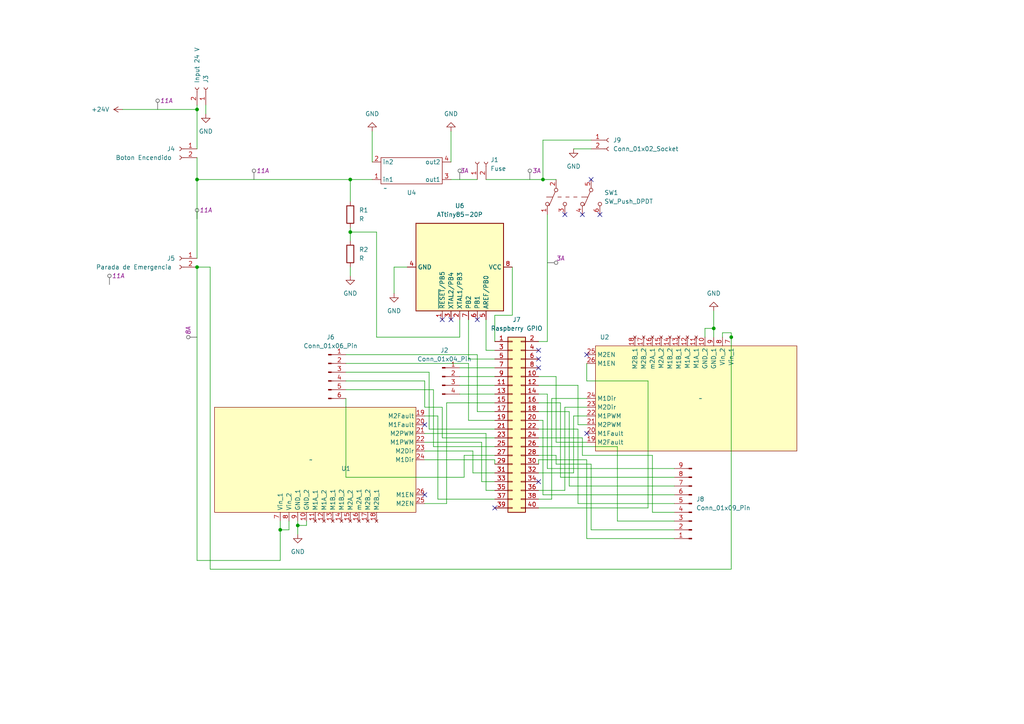
<source format=kicad_sch>
(kicad_sch (version 20230121) (generator eeschema)

  (uuid f5990c61-1cb7-4f3a-8fd9-38b0012c8313)

  (paper "A4")

  (title_block
    (title "Distribuition board")
    (company "Universidad Nacional de Colombia")
  )

  (lib_symbols
    (symbol "Connector:Conn_01x02_Socket" (pin_names (offset 1.016) hide) (in_bom yes) (on_board yes)
      (property "Reference" "J" (at 0 2.54 0)
        (effects (font (size 1.27 1.27)))
      )
      (property "Value" "Conn_01x02_Socket" (at 0 -5.08 0)
        (effects (font (size 1.27 1.27)))
      )
      (property "Footprint" "" (at 0 0 0)
        (effects (font (size 1.27 1.27)) hide)
      )
      (property "Datasheet" "~" (at 0 0 0)
        (effects (font (size 1.27 1.27)) hide)
      )
      (property "ki_locked" "" (at 0 0 0)
        (effects (font (size 1.27 1.27)))
      )
      (property "ki_keywords" "connector" (at 0 0 0)
        (effects (font (size 1.27 1.27)) hide)
      )
      (property "ki_description" "Generic connector, single row, 01x02, script generated" (at 0 0 0)
        (effects (font (size 1.27 1.27)) hide)
      )
      (property "ki_fp_filters" "Connector*:*_1x??_*" (at 0 0 0)
        (effects (font (size 1.27 1.27)) hide)
      )
      (symbol "Conn_01x02_Socket_1_1"
        (arc (start 0 -2.032) (mid -0.5058 -2.54) (end 0 -3.048)
          (stroke (width 0.1524) (type default))
          (fill (type none))
        )
        (polyline
          (pts
            (xy -1.27 -2.54)
            (xy -0.508 -2.54)
          )
          (stroke (width 0.1524) (type default))
          (fill (type none))
        )
        (polyline
          (pts
            (xy -1.27 0)
            (xy -0.508 0)
          )
          (stroke (width 0.1524) (type default))
          (fill (type none))
        )
        (arc (start 0 0.508) (mid -0.5058 0) (end 0 -0.508)
          (stroke (width 0.1524) (type default))
          (fill (type none))
        )
        (pin passive line (at -5.08 0 0) (length 3.81)
          (name "Pin_1" (effects (font (size 1.27 1.27))))
          (number "1" (effects (font (size 1.27 1.27))))
        )
        (pin passive line (at -5.08 -2.54 0) (length 3.81)
          (name "Pin_2" (effects (font (size 1.27 1.27))))
          (number "2" (effects (font (size 1.27 1.27))))
        )
      )
    )
    (symbol "Connector:Conn_01x04_Pin" (pin_names (offset 1.016) hide) (in_bom yes) (on_board yes)
      (property "Reference" "J" (at 0 5.08 0)
        (effects (font (size 1.27 1.27)))
      )
      (property "Value" "Conn_01x04_Pin" (at 0 -7.62 0)
        (effects (font (size 1.27 1.27)))
      )
      (property "Footprint" "" (at 0 0 0)
        (effects (font (size 1.27 1.27)) hide)
      )
      (property "Datasheet" "~" (at 0 0 0)
        (effects (font (size 1.27 1.27)) hide)
      )
      (property "ki_locked" "" (at 0 0 0)
        (effects (font (size 1.27 1.27)))
      )
      (property "ki_keywords" "connector" (at 0 0 0)
        (effects (font (size 1.27 1.27)) hide)
      )
      (property "ki_description" "Generic connector, single row, 01x04, script generated" (at 0 0 0)
        (effects (font (size 1.27 1.27)) hide)
      )
      (property "ki_fp_filters" "Connector*:*_1x??_*" (at 0 0 0)
        (effects (font (size 1.27 1.27)) hide)
      )
      (symbol "Conn_01x04_Pin_1_1"
        (polyline
          (pts
            (xy 1.27 -5.08)
            (xy 0.8636 -5.08)
          )
          (stroke (width 0.1524) (type default))
          (fill (type none))
        )
        (polyline
          (pts
            (xy 1.27 -2.54)
            (xy 0.8636 -2.54)
          )
          (stroke (width 0.1524) (type default))
          (fill (type none))
        )
        (polyline
          (pts
            (xy 1.27 0)
            (xy 0.8636 0)
          )
          (stroke (width 0.1524) (type default))
          (fill (type none))
        )
        (polyline
          (pts
            (xy 1.27 2.54)
            (xy 0.8636 2.54)
          )
          (stroke (width 0.1524) (type default))
          (fill (type none))
        )
        (rectangle (start 0.8636 -4.953) (end 0 -5.207)
          (stroke (width 0.1524) (type default))
          (fill (type outline))
        )
        (rectangle (start 0.8636 -2.413) (end 0 -2.667)
          (stroke (width 0.1524) (type default))
          (fill (type outline))
        )
        (rectangle (start 0.8636 0.127) (end 0 -0.127)
          (stroke (width 0.1524) (type default))
          (fill (type outline))
        )
        (rectangle (start 0.8636 2.667) (end 0 2.413)
          (stroke (width 0.1524) (type default))
          (fill (type outline))
        )
        (pin passive line (at 5.08 2.54 180) (length 3.81)
          (name "Pin_1" (effects (font (size 1.27 1.27))))
          (number "1" (effects (font (size 1.27 1.27))))
        )
        (pin passive line (at 5.08 0 180) (length 3.81)
          (name "Pin_2" (effects (font (size 1.27 1.27))))
          (number "2" (effects (font (size 1.27 1.27))))
        )
        (pin passive line (at 5.08 -2.54 180) (length 3.81)
          (name "Pin_3" (effects (font (size 1.27 1.27))))
          (number "3" (effects (font (size 1.27 1.27))))
        )
        (pin passive line (at 5.08 -5.08 180) (length 3.81)
          (name "Pin_4" (effects (font (size 1.27 1.27))))
          (number "4" (effects (font (size 1.27 1.27))))
        )
      )
    )
    (symbol "Connector:Conn_01x06_Pin" (pin_names (offset 1.016) hide) (in_bom yes) (on_board yes)
      (property "Reference" "J" (at 0 7.62 0)
        (effects (font (size 1.27 1.27)))
      )
      (property "Value" "Conn_01x06_Pin" (at 0 -10.16 0)
        (effects (font (size 1.27 1.27)))
      )
      (property "Footprint" "" (at 0 0 0)
        (effects (font (size 1.27 1.27)) hide)
      )
      (property "Datasheet" "~" (at 0 0 0)
        (effects (font (size 1.27 1.27)) hide)
      )
      (property "ki_locked" "" (at 0 0 0)
        (effects (font (size 1.27 1.27)))
      )
      (property "ki_keywords" "connector" (at 0 0 0)
        (effects (font (size 1.27 1.27)) hide)
      )
      (property "ki_description" "Generic connector, single row, 01x06, script generated" (at 0 0 0)
        (effects (font (size 1.27 1.27)) hide)
      )
      (property "ki_fp_filters" "Connector*:*_1x??_*" (at 0 0 0)
        (effects (font (size 1.27 1.27)) hide)
      )
      (symbol "Conn_01x06_Pin_1_1"
        (polyline
          (pts
            (xy 1.27 -7.62)
            (xy 0.8636 -7.62)
          )
          (stroke (width 0.1524) (type default))
          (fill (type none))
        )
        (polyline
          (pts
            (xy 1.27 -5.08)
            (xy 0.8636 -5.08)
          )
          (stroke (width 0.1524) (type default))
          (fill (type none))
        )
        (polyline
          (pts
            (xy 1.27 -2.54)
            (xy 0.8636 -2.54)
          )
          (stroke (width 0.1524) (type default))
          (fill (type none))
        )
        (polyline
          (pts
            (xy 1.27 0)
            (xy 0.8636 0)
          )
          (stroke (width 0.1524) (type default))
          (fill (type none))
        )
        (polyline
          (pts
            (xy 1.27 2.54)
            (xy 0.8636 2.54)
          )
          (stroke (width 0.1524) (type default))
          (fill (type none))
        )
        (polyline
          (pts
            (xy 1.27 5.08)
            (xy 0.8636 5.08)
          )
          (stroke (width 0.1524) (type default))
          (fill (type none))
        )
        (rectangle (start 0.8636 -7.493) (end 0 -7.747)
          (stroke (width 0.1524) (type default))
          (fill (type outline))
        )
        (rectangle (start 0.8636 -4.953) (end 0 -5.207)
          (stroke (width 0.1524) (type default))
          (fill (type outline))
        )
        (rectangle (start 0.8636 -2.413) (end 0 -2.667)
          (stroke (width 0.1524) (type default))
          (fill (type outline))
        )
        (rectangle (start 0.8636 0.127) (end 0 -0.127)
          (stroke (width 0.1524) (type default))
          (fill (type outline))
        )
        (rectangle (start 0.8636 2.667) (end 0 2.413)
          (stroke (width 0.1524) (type default))
          (fill (type outline))
        )
        (rectangle (start 0.8636 5.207) (end 0 4.953)
          (stroke (width 0.1524) (type default))
          (fill (type outline))
        )
        (pin passive line (at 5.08 5.08 180) (length 3.81)
          (name "Pin_1" (effects (font (size 1.27 1.27))))
          (number "1" (effects (font (size 1.27 1.27))))
        )
        (pin passive line (at 5.08 2.54 180) (length 3.81)
          (name "Pin_2" (effects (font (size 1.27 1.27))))
          (number "2" (effects (font (size 1.27 1.27))))
        )
        (pin passive line (at 5.08 0 180) (length 3.81)
          (name "Pin_3" (effects (font (size 1.27 1.27))))
          (number "3" (effects (font (size 1.27 1.27))))
        )
        (pin passive line (at 5.08 -2.54 180) (length 3.81)
          (name "Pin_4" (effects (font (size 1.27 1.27))))
          (number "4" (effects (font (size 1.27 1.27))))
        )
        (pin passive line (at 5.08 -5.08 180) (length 3.81)
          (name "Pin_5" (effects (font (size 1.27 1.27))))
          (number "5" (effects (font (size 1.27 1.27))))
        )
        (pin passive line (at 5.08 -7.62 180) (length 3.81)
          (name "Pin_6" (effects (font (size 1.27 1.27))))
          (number "6" (effects (font (size 1.27 1.27))))
        )
      )
    )
    (symbol "Connector:Conn_01x09_Pin" (pin_names (offset 1.016) hide) (in_bom yes) (on_board yes)
      (property "Reference" "J" (at 0 12.7 0)
        (effects (font (size 1.27 1.27)))
      )
      (property "Value" "Conn_01x09_Pin" (at 0 -12.7 0)
        (effects (font (size 1.27 1.27)))
      )
      (property "Footprint" "" (at 0 0 0)
        (effects (font (size 1.27 1.27)) hide)
      )
      (property "Datasheet" "~" (at 0 0 0)
        (effects (font (size 1.27 1.27)) hide)
      )
      (property "ki_locked" "" (at 0 0 0)
        (effects (font (size 1.27 1.27)))
      )
      (property "ki_keywords" "connector" (at 0 0 0)
        (effects (font (size 1.27 1.27)) hide)
      )
      (property "ki_description" "Generic connector, single row, 01x09, script generated" (at 0 0 0)
        (effects (font (size 1.27 1.27)) hide)
      )
      (property "ki_fp_filters" "Connector*:*_1x??_*" (at 0 0 0)
        (effects (font (size 1.27 1.27)) hide)
      )
      (symbol "Conn_01x09_Pin_1_1"
        (polyline
          (pts
            (xy 1.27 -10.16)
            (xy 0.8636 -10.16)
          )
          (stroke (width 0.1524) (type default))
          (fill (type none))
        )
        (polyline
          (pts
            (xy 1.27 -7.62)
            (xy 0.8636 -7.62)
          )
          (stroke (width 0.1524) (type default))
          (fill (type none))
        )
        (polyline
          (pts
            (xy 1.27 -5.08)
            (xy 0.8636 -5.08)
          )
          (stroke (width 0.1524) (type default))
          (fill (type none))
        )
        (polyline
          (pts
            (xy 1.27 -2.54)
            (xy 0.8636 -2.54)
          )
          (stroke (width 0.1524) (type default))
          (fill (type none))
        )
        (polyline
          (pts
            (xy 1.27 0)
            (xy 0.8636 0)
          )
          (stroke (width 0.1524) (type default))
          (fill (type none))
        )
        (polyline
          (pts
            (xy 1.27 2.54)
            (xy 0.8636 2.54)
          )
          (stroke (width 0.1524) (type default))
          (fill (type none))
        )
        (polyline
          (pts
            (xy 1.27 5.08)
            (xy 0.8636 5.08)
          )
          (stroke (width 0.1524) (type default))
          (fill (type none))
        )
        (polyline
          (pts
            (xy 1.27 7.62)
            (xy 0.8636 7.62)
          )
          (stroke (width 0.1524) (type default))
          (fill (type none))
        )
        (polyline
          (pts
            (xy 1.27 10.16)
            (xy 0.8636 10.16)
          )
          (stroke (width 0.1524) (type default))
          (fill (type none))
        )
        (rectangle (start 0.8636 -10.033) (end 0 -10.287)
          (stroke (width 0.1524) (type default))
          (fill (type outline))
        )
        (rectangle (start 0.8636 -7.493) (end 0 -7.747)
          (stroke (width 0.1524) (type default))
          (fill (type outline))
        )
        (rectangle (start 0.8636 -4.953) (end 0 -5.207)
          (stroke (width 0.1524) (type default))
          (fill (type outline))
        )
        (rectangle (start 0.8636 -2.413) (end 0 -2.667)
          (stroke (width 0.1524) (type default))
          (fill (type outline))
        )
        (rectangle (start 0.8636 0.127) (end 0 -0.127)
          (stroke (width 0.1524) (type default))
          (fill (type outline))
        )
        (rectangle (start 0.8636 2.667) (end 0 2.413)
          (stroke (width 0.1524) (type default))
          (fill (type outline))
        )
        (rectangle (start 0.8636 5.207) (end 0 4.953)
          (stroke (width 0.1524) (type default))
          (fill (type outline))
        )
        (rectangle (start 0.8636 7.747) (end 0 7.493)
          (stroke (width 0.1524) (type default))
          (fill (type outline))
        )
        (rectangle (start 0.8636 10.287) (end 0 10.033)
          (stroke (width 0.1524) (type default))
          (fill (type outline))
        )
        (pin passive line (at 5.08 10.16 180) (length 3.81)
          (name "Pin_1" (effects (font (size 1.27 1.27))))
          (number "1" (effects (font (size 1.27 1.27))))
        )
        (pin passive line (at 5.08 7.62 180) (length 3.81)
          (name "Pin_2" (effects (font (size 1.27 1.27))))
          (number "2" (effects (font (size 1.27 1.27))))
        )
        (pin passive line (at 5.08 5.08 180) (length 3.81)
          (name "Pin_3" (effects (font (size 1.27 1.27))))
          (number "3" (effects (font (size 1.27 1.27))))
        )
        (pin passive line (at 5.08 2.54 180) (length 3.81)
          (name "Pin_4" (effects (font (size 1.27 1.27))))
          (number "4" (effects (font (size 1.27 1.27))))
        )
        (pin passive line (at 5.08 0 180) (length 3.81)
          (name "Pin_5" (effects (font (size 1.27 1.27))))
          (number "5" (effects (font (size 1.27 1.27))))
        )
        (pin passive line (at 5.08 -2.54 180) (length 3.81)
          (name "Pin_6" (effects (font (size 1.27 1.27))))
          (number "6" (effects (font (size 1.27 1.27))))
        )
        (pin passive line (at 5.08 -5.08 180) (length 3.81)
          (name "Pin_7" (effects (font (size 1.27 1.27))))
          (number "7" (effects (font (size 1.27 1.27))))
        )
        (pin passive line (at 5.08 -7.62 180) (length 3.81)
          (name "Pin_8" (effects (font (size 1.27 1.27))))
          (number "8" (effects (font (size 1.27 1.27))))
        )
        (pin passive line (at 5.08 -10.16 180) (length 3.81)
          (name "Pin_9" (effects (font (size 1.27 1.27))))
          (number "9" (effects (font (size 1.27 1.27))))
        )
      )
    )
    (symbol "Connector_Generic:Conn_02x20_Odd_Even" (pin_names (offset 1.016) hide) (in_bom yes) (on_board yes)
      (property "Reference" "J" (at 1.27 25.4 0)
        (effects (font (size 1.27 1.27)))
      )
      (property "Value" "Conn_02x20_Odd_Even" (at 1.27 -27.94 0)
        (effects (font (size 1.27 1.27)))
      )
      (property "Footprint" "" (at 0 0 0)
        (effects (font (size 1.27 1.27)) hide)
      )
      (property "Datasheet" "~" (at 0 0 0)
        (effects (font (size 1.27 1.27)) hide)
      )
      (property "ki_keywords" "connector" (at 0 0 0)
        (effects (font (size 1.27 1.27)) hide)
      )
      (property "ki_description" "Generic connector, double row, 02x20, odd/even pin numbering scheme (row 1 odd numbers, row 2 even numbers), script generated (kicad-library-utils/schlib/autogen/connector/)" (at 0 0 0)
        (effects (font (size 1.27 1.27)) hide)
      )
      (property "ki_fp_filters" "Connector*:*_2x??_*" (at 0 0 0)
        (effects (font (size 1.27 1.27)) hide)
      )
      (symbol "Conn_02x20_Odd_Even_1_1"
        (rectangle (start -1.27 -25.273) (end 0 -25.527)
          (stroke (width 0.1524) (type default))
          (fill (type none))
        )
        (rectangle (start -1.27 -22.733) (end 0 -22.987)
          (stroke (width 0.1524) (type default))
          (fill (type none))
        )
        (rectangle (start -1.27 -20.193) (end 0 -20.447)
          (stroke (width 0.1524) (type default))
          (fill (type none))
        )
        (rectangle (start -1.27 -17.653) (end 0 -17.907)
          (stroke (width 0.1524) (type default))
          (fill (type none))
        )
        (rectangle (start -1.27 -15.113) (end 0 -15.367)
          (stroke (width 0.1524) (type default))
          (fill (type none))
        )
        (rectangle (start -1.27 -12.573) (end 0 -12.827)
          (stroke (width 0.1524) (type default))
          (fill (type none))
        )
        (rectangle (start -1.27 -10.033) (end 0 -10.287)
          (stroke (width 0.1524) (type default))
          (fill (type none))
        )
        (rectangle (start -1.27 -7.493) (end 0 -7.747)
          (stroke (width 0.1524) (type default))
          (fill (type none))
        )
        (rectangle (start -1.27 -4.953) (end 0 -5.207)
          (stroke (width 0.1524) (type default))
          (fill (type none))
        )
        (rectangle (start -1.27 -2.413) (end 0 -2.667)
          (stroke (width 0.1524) (type default))
          (fill (type none))
        )
        (rectangle (start -1.27 0.127) (end 0 -0.127)
          (stroke (width 0.1524) (type default))
          (fill (type none))
        )
        (rectangle (start -1.27 2.667) (end 0 2.413)
          (stroke (width 0.1524) (type default))
          (fill (type none))
        )
        (rectangle (start -1.27 5.207) (end 0 4.953)
          (stroke (width 0.1524) (type default))
          (fill (type none))
        )
        (rectangle (start -1.27 7.747) (end 0 7.493)
          (stroke (width 0.1524) (type default))
          (fill (type none))
        )
        (rectangle (start -1.27 10.287) (end 0 10.033)
          (stroke (width 0.1524) (type default))
          (fill (type none))
        )
        (rectangle (start -1.27 12.827) (end 0 12.573)
          (stroke (width 0.1524) (type default))
          (fill (type none))
        )
        (rectangle (start -1.27 15.367) (end 0 15.113)
          (stroke (width 0.1524) (type default))
          (fill (type none))
        )
        (rectangle (start -1.27 17.907) (end 0 17.653)
          (stroke (width 0.1524) (type default))
          (fill (type none))
        )
        (rectangle (start -1.27 20.447) (end 0 20.193)
          (stroke (width 0.1524) (type default))
          (fill (type none))
        )
        (rectangle (start -1.27 22.987) (end 0 22.733)
          (stroke (width 0.1524) (type default))
          (fill (type none))
        )
        (rectangle (start -1.27 24.13) (end 3.81 -26.67)
          (stroke (width 0.254) (type default))
          (fill (type background))
        )
        (rectangle (start 3.81 -25.273) (end 2.54 -25.527)
          (stroke (width 0.1524) (type default))
          (fill (type none))
        )
        (rectangle (start 3.81 -22.733) (end 2.54 -22.987)
          (stroke (width 0.1524) (type default))
          (fill (type none))
        )
        (rectangle (start 3.81 -20.193) (end 2.54 -20.447)
          (stroke (width 0.1524) (type default))
          (fill (type none))
        )
        (rectangle (start 3.81 -17.653) (end 2.54 -17.907)
          (stroke (width 0.1524) (type default))
          (fill (type none))
        )
        (rectangle (start 3.81 -15.113) (end 2.54 -15.367)
          (stroke (width 0.1524) (type default))
          (fill (type none))
        )
        (rectangle (start 3.81 -12.573) (end 2.54 -12.827)
          (stroke (width 0.1524) (type default))
          (fill (type none))
        )
        (rectangle (start 3.81 -10.033) (end 2.54 -10.287)
          (stroke (width 0.1524) (type default))
          (fill (type none))
        )
        (rectangle (start 3.81 -7.493) (end 2.54 -7.747)
          (stroke (width 0.1524) (type default))
          (fill (type none))
        )
        (rectangle (start 3.81 -4.953) (end 2.54 -5.207)
          (stroke (width 0.1524) (type default))
          (fill (type none))
        )
        (rectangle (start 3.81 -2.413) (end 2.54 -2.667)
          (stroke (width 0.1524) (type default))
          (fill (type none))
        )
        (rectangle (start 3.81 0.127) (end 2.54 -0.127)
          (stroke (width 0.1524) (type default))
          (fill (type none))
        )
        (rectangle (start 3.81 2.667) (end 2.54 2.413)
          (stroke (width 0.1524) (type default))
          (fill (type none))
        )
        (rectangle (start 3.81 5.207) (end 2.54 4.953)
          (stroke (width 0.1524) (type default))
          (fill (type none))
        )
        (rectangle (start 3.81 7.747) (end 2.54 7.493)
          (stroke (width 0.1524) (type default))
          (fill (type none))
        )
        (rectangle (start 3.81 10.287) (end 2.54 10.033)
          (stroke (width 0.1524) (type default))
          (fill (type none))
        )
        (rectangle (start 3.81 12.827) (end 2.54 12.573)
          (stroke (width 0.1524) (type default))
          (fill (type none))
        )
        (rectangle (start 3.81 15.367) (end 2.54 15.113)
          (stroke (width 0.1524) (type default))
          (fill (type none))
        )
        (rectangle (start 3.81 17.907) (end 2.54 17.653)
          (stroke (width 0.1524) (type default))
          (fill (type none))
        )
        (rectangle (start 3.81 20.447) (end 2.54 20.193)
          (stroke (width 0.1524) (type default))
          (fill (type none))
        )
        (rectangle (start 3.81 22.987) (end 2.54 22.733)
          (stroke (width 0.1524) (type default))
          (fill (type none))
        )
        (pin passive line (at -5.08 22.86 0) (length 3.81)
          (name "Pin_1" (effects (font (size 1.27 1.27))))
          (number "1" (effects (font (size 1.27 1.27))))
        )
        (pin passive line (at 7.62 12.7 180) (length 3.81)
          (name "Pin_10" (effects (font (size 1.27 1.27))))
          (number "10" (effects (font (size 1.27 1.27))))
        )
        (pin passive line (at -5.08 10.16 0) (length 3.81)
          (name "Pin_11" (effects (font (size 1.27 1.27))))
          (number "11" (effects (font (size 1.27 1.27))))
        )
        (pin passive line (at 7.62 10.16 180) (length 3.81)
          (name "Pin_12" (effects (font (size 1.27 1.27))))
          (number "12" (effects (font (size 1.27 1.27))))
        )
        (pin passive line (at -5.08 7.62 0) (length 3.81)
          (name "Pin_13" (effects (font (size 1.27 1.27))))
          (number "13" (effects (font (size 1.27 1.27))))
        )
        (pin passive line (at 7.62 7.62 180) (length 3.81)
          (name "Pin_14" (effects (font (size 1.27 1.27))))
          (number "14" (effects (font (size 1.27 1.27))))
        )
        (pin passive line (at -5.08 5.08 0) (length 3.81)
          (name "Pin_15" (effects (font (size 1.27 1.27))))
          (number "15" (effects (font (size 1.27 1.27))))
        )
        (pin passive line (at 7.62 5.08 180) (length 3.81)
          (name "Pin_16" (effects (font (size 1.27 1.27))))
          (number "16" (effects (font (size 1.27 1.27))))
        )
        (pin passive line (at -5.08 2.54 0) (length 3.81)
          (name "Pin_17" (effects (font (size 1.27 1.27))))
          (number "17" (effects (font (size 1.27 1.27))))
        )
        (pin passive line (at 7.62 2.54 180) (length 3.81)
          (name "Pin_18" (effects (font (size 1.27 1.27))))
          (number "18" (effects (font (size 1.27 1.27))))
        )
        (pin passive line (at -5.08 0 0) (length 3.81)
          (name "Pin_19" (effects (font (size 1.27 1.27))))
          (number "19" (effects (font (size 1.27 1.27))))
        )
        (pin passive line (at 7.62 22.86 180) (length 3.81)
          (name "Pin_2" (effects (font (size 1.27 1.27))))
          (number "2" (effects (font (size 1.27 1.27))))
        )
        (pin passive line (at 7.62 0 180) (length 3.81)
          (name "Pin_20" (effects (font (size 1.27 1.27))))
          (number "20" (effects (font (size 1.27 1.27))))
        )
        (pin passive line (at -5.08 -2.54 0) (length 3.81)
          (name "Pin_21" (effects (font (size 1.27 1.27))))
          (number "21" (effects (font (size 1.27 1.27))))
        )
        (pin passive line (at 7.62 -2.54 180) (length 3.81)
          (name "Pin_22" (effects (font (size 1.27 1.27))))
          (number "22" (effects (font (size 1.27 1.27))))
        )
        (pin passive line (at -5.08 -5.08 0) (length 3.81)
          (name "Pin_23" (effects (font (size 1.27 1.27))))
          (number "23" (effects (font (size 1.27 1.27))))
        )
        (pin passive line (at 7.62 -5.08 180) (length 3.81)
          (name "Pin_24" (effects (font (size 1.27 1.27))))
          (number "24" (effects (font (size 1.27 1.27))))
        )
        (pin passive line (at -5.08 -7.62 0) (length 3.81)
          (name "Pin_25" (effects (font (size 1.27 1.27))))
          (number "25" (effects (font (size 1.27 1.27))))
        )
        (pin passive line (at 7.62 -7.62 180) (length 3.81)
          (name "Pin_26" (effects (font (size 1.27 1.27))))
          (number "26" (effects (font (size 1.27 1.27))))
        )
        (pin passive line (at -5.08 -10.16 0) (length 3.81)
          (name "Pin_27" (effects (font (size 1.27 1.27))))
          (number "27" (effects (font (size 1.27 1.27))))
        )
        (pin passive line (at 7.62 -10.16 180) (length 3.81)
          (name "Pin_28" (effects (font (size 1.27 1.27))))
          (number "28" (effects (font (size 1.27 1.27))))
        )
        (pin passive line (at -5.08 -12.7 0) (length 3.81)
          (name "Pin_29" (effects (font (size 1.27 1.27))))
          (number "29" (effects (font (size 1.27 1.27))))
        )
        (pin passive line (at -5.08 20.32 0) (length 3.81)
          (name "Pin_3" (effects (font (size 1.27 1.27))))
          (number "3" (effects (font (size 1.27 1.27))))
        )
        (pin passive line (at 7.62 -12.7 180) (length 3.81)
          (name "Pin_30" (effects (font (size 1.27 1.27))))
          (number "30" (effects (font (size 1.27 1.27))))
        )
        (pin passive line (at -5.08 -15.24 0) (length 3.81)
          (name "Pin_31" (effects (font (size 1.27 1.27))))
          (number "31" (effects (font (size 1.27 1.27))))
        )
        (pin passive line (at 7.62 -15.24 180) (length 3.81)
          (name "Pin_32" (effects (font (size 1.27 1.27))))
          (number "32" (effects (font (size 1.27 1.27))))
        )
        (pin passive line (at -5.08 -17.78 0) (length 3.81)
          (name "Pin_33" (effects (font (size 1.27 1.27))))
          (number "33" (effects (font (size 1.27 1.27))))
        )
        (pin passive line (at 7.62 -17.78 180) (length 3.81)
          (name "Pin_34" (effects (font (size 1.27 1.27))))
          (number "34" (effects (font (size 1.27 1.27))))
        )
        (pin passive line (at -5.08 -20.32 0) (length 3.81)
          (name "Pin_35" (effects (font (size 1.27 1.27))))
          (number "35" (effects (font (size 1.27 1.27))))
        )
        (pin passive line (at 7.62 -20.32 180) (length 3.81)
          (name "Pin_36" (effects (font (size 1.27 1.27))))
          (number "36" (effects (font (size 1.27 1.27))))
        )
        (pin passive line (at -5.08 -22.86 0) (length 3.81)
          (name "Pin_37" (effects (font (size 1.27 1.27))))
          (number "37" (effects (font (size 1.27 1.27))))
        )
        (pin passive line (at 7.62 -22.86 180) (length 3.81)
          (name "Pin_38" (effects (font (size 1.27 1.27))))
          (number "38" (effects (font (size 1.27 1.27))))
        )
        (pin passive line (at -5.08 -25.4 0) (length 3.81)
          (name "Pin_39" (effects (font (size 1.27 1.27))))
          (number "39" (effects (font (size 1.27 1.27))))
        )
        (pin passive line (at 7.62 20.32 180) (length 3.81)
          (name "Pin_4" (effects (font (size 1.27 1.27))))
          (number "4" (effects (font (size 1.27 1.27))))
        )
        (pin passive line (at 7.62 -25.4 180) (length 3.81)
          (name "Pin_40" (effects (font (size 1.27 1.27))))
          (number "40" (effects (font (size 1.27 1.27))))
        )
        (pin passive line (at -5.08 17.78 0) (length 3.81)
          (name "Pin_5" (effects (font (size 1.27 1.27))))
          (number "5" (effects (font (size 1.27 1.27))))
        )
        (pin passive line (at 7.62 17.78 180) (length 3.81)
          (name "Pin_6" (effects (font (size 1.27 1.27))))
          (number "6" (effects (font (size 1.27 1.27))))
        )
        (pin passive line (at -5.08 15.24 0) (length 3.81)
          (name "Pin_7" (effects (font (size 1.27 1.27))))
          (number "7" (effects (font (size 1.27 1.27))))
        )
        (pin passive line (at 7.62 15.24 180) (length 3.81)
          (name "Pin_8" (effects (font (size 1.27 1.27))))
          (number "8" (effects (font (size 1.27 1.27))))
        )
        (pin passive line (at -5.08 12.7 0) (length 3.81)
          (name "Pin_9" (effects (font (size 1.27 1.27))))
          (number "9" (effects (font (size 1.27 1.27))))
        )
      )
    )
    (symbol "Device:R" (pin_numbers hide) (pin_names (offset 0)) (in_bom yes) (on_board yes)
      (property "Reference" "R" (at 2.032 0 90)
        (effects (font (size 1.27 1.27)))
      )
      (property "Value" "R" (at 0 0 90)
        (effects (font (size 1.27 1.27)))
      )
      (property "Footprint" "" (at -1.778 0 90)
        (effects (font (size 1.27 1.27)) hide)
      )
      (property "Datasheet" "~" (at 0 0 0)
        (effects (font (size 1.27 1.27)) hide)
      )
      (property "ki_keywords" "R res resistor" (at 0 0 0)
        (effects (font (size 1.27 1.27)) hide)
      )
      (property "ki_description" "Resistor" (at 0 0 0)
        (effects (font (size 1.27 1.27)) hide)
      )
      (property "ki_fp_filters" "R_*" (at 0 0 0)
        (effects (font (size 1.27 1.27)) hide)
      )
      (symbol "R_0_1"
        (rectangle (start -1.016 -2.54) (end 1.016 2.54)
          (stroke (width 0.254) (type default))
          (fill (type none))
        )
      )
      (symbol "R_1_1"
        (pin passive line (at 0 3.81 270) (length 1.27)
          (name "~" (effects (font (size 1.27 1.27))))
          (number "1" (effects (font (size 1.27 1.27))))
        )
        (pin passive line (at 0 -3.81 90) (length 1.27)
          (name "~" (effects (font (size 1.27 1.27))))
          (number "2" (effects (font (size 1.27 1.27))))
        )
      )
    )
    (symbol "Lib_PAI:Dual_MAX14870" (in_bom yes) (on_board yes)
      (property "Reference" "U" (at -26.67 16.51 0)
        (effects (font (size 1.27 1.27)))
      )
      (property "Value" "Dual_MAX14870" (at 22.86 16.51 0)
        (effects (font (size 1.27 1.27)))
      )
      (property "Footprint" "" (at -8.89 20.32 0)
        (effects (font (size 1.27 1.27)) hide)
      )
      (property "Datasheet" "" (at -8.89 20.32 0)
        (effects (font (size 1.27 1.27)) hide)
      )
      (symbol "Dual_MAX14870_1_1"
        (rectangle (start -27.94 15.24) (end 30.48 -15.24)
          (stroke (width 0) (type default))
          (fill (type background))
        )
        (pin free line (at -30.48 0 0) (length 2.54) hide
          (name "NC" (effects (font (size 1.27 1.27))))
          (number "1" (effects (font (size 1.27 1.27))))
        )
        (pin power_in line (at -1.27 -17.78 90) (length 2.54)
          (name "GND_2" (effects (font (size 1.27 1.27))))
          (number "10" (effects (font (size 1.27 1.27))))
        )
        (pin no_connect line (at 1.27 -17.78 90) (length 2.54)
          (name "M1A_1" (effects (font (size 1.27 1.27))))
          (number "11" (effects (font (size 1.27 1.27))))
        )
        (pin no_connect line (at 3.81 -17.78 90) (length 2.54)
          (name "M1A_2" (effects (font (size 1.27 1.27))))
          (number "12" (effects (font (size 1.27 1.27))))
        )
        (pin no_connect line (at 6.35 -17.78 90) (length 2.54)
          (name "M1B_1" (effects (font (size 1.27 1.27))))
          (number "13" (effects (font (size 1.27 1.27))))
        )
        (pin no_connect line (at 8.89 -17.78 90) (length 2.54)
          (name "M1B_2" (effects (font (size 1.27 1.27))))
          (number "14" (effects (font (size 1.27 1.27))))
        )
        (pin no_connect line (at 11.43 -17.78 90) (length 2.54)
          (name "M2A_2" (effects (font (size 1.27 1.27))))
          (number "15" (effects (font (size 1.27 1.27))))
        )
        (pin no_connect line (at 13.97 -17.78 90) (length 2.54)
          (name "m2A_1" (effects (font (size 1.27 1.27))))
          (number "16" (effects (font (size 1.27 1.27))))
        )
        (pin no_connect line (at 16.51 -17.78 90) (length 2.54)
          (name "M2B_2" (effects (font (size 1.27 1.27))))
          (number "17" (effects (font (size 1.27 1.27))))
        )
        (pin no_connect line (at 19.05 -17.78 90) (length 2.54)
          (name "M2B_1" (effects (font (size 1.27 1.27))))
          (number "18" (effects (font (size 1.27 1.27))))
        )
        (pin output line (at 33.02 12.7 180) (length 2.54)
          (name "M2Fault" (effects (font (size 1.27 1.27))))
          (number "19" (effects (font (size 1.27 1.27))))
        )
        (pin free line (at -30.48 2.54 0) (length 2.54) hide
          (name "GND" (effects (font (size 1.27 1.27))))
          (number "2" (effects (font (size 1.27 1.27))))
        )
        (pin output line (at 33.02 10.16 180) (length 2.54)
          (name "M1Fault" (effects (font (size 1.27 1.27))))
          (number "20" (effects (font (size 1.27 1.27))))
        )
        (pin input line (at 33.02 7.62 180) (length 2.54)
          (name "M2PWM" (effects (font (size 1.27 1.27))))
          (number "21" (effects (font (size 1.27 1.27))))
        )
        (pin input line (at 33.02 5.08 180) (length 2.54)
          (name "M1PWM" (effects (font (size 1.27 1.27))))
          (number "22" (effects (font (size 1.27 1.27))))
        )
        (pin input line (at 33.02 2.54 180) (length 2.54)
          (name "M2Dir" (effects (font (size 1.27 1.27))))
          (number "23" (effects (font (size 1.27 1.27))))
        )
        (pin input line (at 33.02 0 180) (length 2.54)
          (name "M1Dir" (effects (font (size 1.27 1.27))))
          (number "24" (effects (font (size 1.27 1.27))))
        )
        (pin input line (at 33.02 -12.7 180) (length 2.54)
          (name "M2EN" (effects (font (size 1.27 1.27))))
          (number "25" (effects (font (size 1.27 1.27))))
        )
        (pin input line (at 33.02 -10.16 180) (length 2.54)
          (name "M1EN" (effects (font (size 1.27 1.27))))
          (number "26" (effects (font (size 1.27 1.27))))
        )
        (pin free line (at -30.48 5.08 0) (length 2.54) hide
          (name "VM" (effects (font (size 1.27 1.27))))
          (number "3" (effects (font (size 1.27 1.27))))
        )
        (pin free line (at -30.48 7.62 0) (length 2.54) hide
          (name "VCC" (effects (font (size 1.27 1.27))))
          (number "4" (effects (font (size 1.27 1.27))))
        )
        (pin free line (at -30.48 10.16 0) (length 2.54) hide
          (name "3v3" (effects (font (size 1.27 1.27))))
          (number "5" (effects (font (size 1.27 1.27))))
        )
        (pin free line (at -30.48 12.7 0) (length 2.54) hide
          (name "RST" (effects (font (size 1.27 1.27))))
          (number "6" (effects (font (size 1.27 1.27))))
        )
        (pin power_in line (at -8.89 -17.78 90) (length 2.54)
          (name "Vin_1" (effects (font (size 1.27 1.27))))
          (number "7" (effects (font (size 1.27 1.27))))
        )
        (pin power_in line (at -6.35 -17.78 90) (length 2.54)
          (name "Vin_2" (effects (font (size 1.27 1.27))))
          (number "8" (effects (font (size 1.27 1.27))))
        )
        (pin power_in line (at -3.81 -17.78 90) (length 2.54)
          (name "GND_1" (effects (font (size 1.27 1.27))))
          (number "9" (effects (font (size 1.27 1.27))))
        )
      )
    )
    (symbol "Lib_PAI:Regulador" (in_bom yes) (on_board yes)
      (property "Reference" "U" (at 0 0 0)
        (effects (font (size 1.27 1.27)))
      )
      (property "Value" "" (at 0 0 0)
        (effects (font (size 1.27 1.27)))
      )
      (property "Footprint" "" (at 0 0 0)
        (effects (font (size 1.27 1.27)) hide)
      )
      (property "Datasheet" "" (at 0 0 0)
        (effects (font (size 1.27 1.27)) hide)
      )
      (symbol "Regulador_0_1"
        (rectangle (start -1.27 -1.27) (end 16.51 -8.89)
          (stroke (width 0) (type default))
          (fill (type none))
        )
      )
      (symbol "Regulador_1_1"
        (pin input line (at -3.81 -2.54 0) (length 2.54)
          (name "in1" (effects (font (size 1.27 1.27))))
          (number "1" (effects (font (size 1.27 1.27))))
        )
        (pin input line (at -3.81 -7.62 0) (length 2.54)
          (name "in2" (effects (font (size 1.27 1.27))))
          (number "2" (effects (font (size 1.27 1.27))))
        )
        (pin input line (at 19.05 -2.54 180) (length 2.54)
          (name "out1" (effects (font (size 1.27 1.27))))
          (number "3" (effects (font (size 1.27 1.27))))
        )
        (pin input line (at 19.05 -7.62 180) (length 2.54)
          (name "out2" (effects (font (size 1.27 1.27))))
          (number "4" (effects (font (size 1.27 1.27))))
        )
      )
    )
    (symbol "MCU_Microchip_ATtiny:ATtiny85-20P" (in_bom yes) (on_board yes)
      (property "Reference" "U" (at -12.7 13.97 0)
        (effects (font (size 1.27 1.27)) (justify left bottom))
      )
      (property "Value" "ATtiny85-20P" (at 2.54 -13.97 0)
        (effects (font (size 1.27 1.27)) (justify left top))
      )
      (property "Footprint" "Package_DIP:DIP-8_W7.62mm" (at 0 0 0)
        (effects (font (size 1.27 1.27) italic) hide)
      )
      (property "Datasheet" "http://ww1.microchip.com/downloads/en/DeviceDoc/atmel-2586-avr-8-bit-microcontroller-attiny25-attiny45-attiny85_datasheet.pdf" (at 0 0 0)
        (effects (font (size 1.27 1.27)) hide)
      )
      (property "ki_keywords" "AVR 8bit Microcontroller tinyAVR" (at 0 0 0)
        (effects (font (size 1.27 1.27)) hide)
      )
      (property "ki_description" "20MHz, 8kB Flash, 512B SRAM, 512B EEPROM, debugWIRE, DIP-8" (at 0 0 0)
        (effects (font (size 1.27 1.27)) hide)
      )
      (property "ki_fp_filters" "DIP*W7.62mm*" (at 0 0 0)
        (effects (font (size 1.27 1.27)) hide)
      )
      (symbol "ATtiny85-20P_0_1"
        (rectangle (start -12.7 -12.7) (end 12.7 12.7)
          (stroke (width 0.254) (type default))
          (fill (type background))
        )
      )
      (symbol "ATtiny85-20P_1_1"
        (pin bidirectional line (at 15.24 -5.08 180) (length 2.54)
          (name "~{RESET}/PB5" (effects (font (size 1.27 1.27))))
          (number "1" (effects (font (size 1.27 1.27))))
        )
        (pin bidirectional line (at 15.24 0 180) (length 2.54)
          (name "XTAL1/PB3" (effects (font (size 1.27 1.27))))
          (number "2" (effects (font (size 1.27 1.27))))
        )
        (pin bidirectional line (at 15.24 -2.54 180) (length 2.54)
          (name "XTAL2/PB4" (effects (font (size 1.27 1.27))))
          (number "3" (effects (font (size 1.27 1.27))))
        )
        (pin power_in line (at 0 -15.24 90) (length 2.54)
          (name "GND" (effects (font (size 1.27 1.27))))
          (number "4" (effects (font (size 1.27 1.27))))
        )
        (pin bidirectional line (at 15.24 7.62 180) (length 2.54)
          (name "AREF/PB0" (effects (font (size 1.27 1.27))))
          (number "5" (effects (font (size 1.27 1.27))))
        )
        (pin bidirectional line (at 15.24 5.08 180) (length 2.54)
          (name "PB1" (effects (font (size 1.27 1.27))))
          (number "6" (effects (font (size 1.27 1.27))))
        )
        (pin bidirectional line (at 15.24 2.54 180) (length 2.54)
          (name "PB2" (effects (font (size 1.27 1.27))))
          (number "7" (effects (font (size 1.27 1.27))))
        )
        (pin power_in line (at 0 15.24 270) (length 2.54)
          (name "VCC" (effects (font (size 1.27 1.27))))
          (number "8" (effects (font (size 1.27 1.27))))
        )
      )
    )
    (symbol "Switch:SW_Push_DPDT" (pin_names (offset 0) hide) (in_bom yes) (on_board yes)
      (property "Reference" "SW" (at 0 8.89 0)
        (effects (font (size 1.27 1.27)))
      )
      (property "Value" "SW_Push_DPDT" (at 0 -10.16 0)
        (effects (font (size 1.27 1.27)))
      )
      (property "Footprint" "" (at 0 5.08 0)
        (effects (font (size 1.27 1.27)) hide)
      )
      (property "Datasheet" "~" (at 0 5.08 0)
        (effects (font (size 1.27 1.27)) hide)
      )
      (property "ki_keywords" "switch dual-pole double-throw spdt ON-ON" (at 0 0 0)
        (effects (font (size 1.27 1.27)) hide)
      )
      (property "ki_description" "Momentary Switch, dual pole double throw" (at 0 0 0)
        (effects (font (size 1.27 1.27)) hide)
      )
      (symbol "SW_Push_DPDT_0_0"
        (circle (center -2.032 -5.08) (radius 0.508)
          (stroke (width 0) (type default))
          (fill (type none))
        )
        (circle (center -2.032 5.08) (radius 0.508)
          (stroke (width 0) (type default))
          (fill (type none))
        )
        (circle (center 2.032 -7.62) (radius 0.508)
          (stroke (width 0) (type default))
          (fill (type none))
        )
        (circle (center 2.032 2.54) (radius 0.508)
          (stroke (width 0) (type default))
          (fill (type none))
        )
      )
      (symbol "SW_Push_DPDT_0_1"
        (polyline
          (pts
            (xy -1.524 -4.826)
            (xy 2.54 -3.048)
          )
          (stroke (width 0) (type default))
          (fill (type none))
        )
        (polyline
          (pts
            (xy -1.524 5.334)
            (xy 2.54 7.112)
          )
          (stroke (width 0) (type default))
          (fill (type none))
        )
        (polyline
          (pts
            (xy 0 -2.286)
            (xy 0 -4.064)
          )
          (stroke (width 0) (type default))
          (fill (type none))
        )
        (polyline
          (pts
            (xy 0 -1.016)
            (xy 0 0)
          )
          (stroke (width 0) (type default))
          (fill (type none))
        )
        (polyline
          (pts
            (xy 0 1.27)
            (xy 0 2.286)
          )
          (stroke (width 0) (type default))
          (fill (type none))
        )
        (polyline
          (pts
            (xy 0 3.556)
            (xy 0 4.572)
          )
          (stroke (width 0) (type default))
          (fill (type none))
        )
        (polyline
          (pts
            (xy 0 7.874)
            (xy 0 6.096)
          )
          (stroke (width 0) (type default))
          (fill (type none))
        )
        (circle (center 2.032 -2.54) (radius 0.508)
          (stroke (width 0) (type default))
          (fill (type none))
        )
        (circle (center 2.032 7.62) (radius 0.508)
          (stroke (width 0) (type default))
          (fill (type none))
        )
      )
      (symbol "SW_Push_DPDT_1_1"
        (pin passive line (at 5.08 7.62 180) (length 2.54)
          (name "A" (effects (font (size 1.27 1.27))))
          (number "1" (effects (font (size 1.27 1.27))))
        )
        (pin passive line (at -5.08 5.08 0) (length 2.54)
          (name "B" (effects (font (size 1.27 1.27))))
          (number "2" (effects (font (size 1.27 1.27))))
        )
        (pin passive line (at 5.08 2.54 180) (length 2.54)
          (name "C" (effects (font (size 1.27 1.27))))
          (number "3" (effects (font (size 1.27 1.27))))
        )
        (pin passive line (at 5.08 -2.54 180) (length 2.54)
          (name "A" (effects (font (size 1.27 1.27))))
          (number "4" (effects (font (size 1.27 1.27))))
        )
        (pin passive line (at -5.08 -5.08 0) (length 2.54)
          (name "B" (effects (font (size 1.27 1.27))))
          (number "5" (effects (font (size 1.27 1.27))))
        )
        (pin passive line (at 5.08 -7.62 180) (length 2.54)
          (name "C" (effects (font (size 1.27 1.27))))
          (number "6" (effects (font (size 1.27 1.27))))
        )
      )
    )
    (symbol "power:+24V" (power) (pin_names (offset 0)) (in_bom yes) (on_board yes)
      (property "Reference" "#PWR" (at 0 -3.81 0)
        (effects (font (size 1.27 1.27)) hide)
      )
      (property "Value" "+24V" (at 0 3.556 0)
        (effects (font (size 1.27 1.27)))
      )
      (property "Footprint" "" (at 0 0 0)
        (effects (font (size 1.27 1.27)) hide)
      )
      (property "Datasheet" "" (at 0 0 0)
        (effects (font (size 1.27 1.27)) hide)
      )
      (property "ki_keywords" "global power" (at 0 0 0)
        (effects (font (size 1.27 1.27)) hide)
      )
      (property "ki_description" "Power symbol creates a global label with name \"+24V\"" (at 0 0 0)
        (effects (font (size 1.27 1.27)) hide)
      )
      (symbol "+24V_0_1"
        (polyline
          (pts
            (xy -0.762 1.27)
            (xy 0 2.54)
          )
          (stroke (width 0) (type default))
          (fill (type none))
        )
        (polyline
          (pts
            (xy 0 0)
            (xy 0 2.54)
          )
          (stroke (width 0) (type default))
          (fill (type none))
        )
        (polyline
          (pts
            (xy 0 2.54)
            (xy 0.762 1.27)
          )
          (stroke (width 0) (type default))
          (fill (type none))
        )
      )
      (symbol "+24V_1_1"
        (pin power_in line (at 0 0 90) (length 0) hide
          (name "+24V" (effects (font (size 1.27 1.27))))
          (number "1" (effects (font (size 1.27 1.27))))
        )
      )
    )
    (symbol "power:GND" (power) (pin_names (offset 0)) (in_bom yes) (on_board yes)
      (property "Reference" "#PWR" (at 0 -6.35 0)
        (effects (font (size 1.27 1.27)) hide)
      )
      (property "Value" "GND" (at 0 -3.81 0)
        (effects (font (size 1.27 1.27)))
      )
      (property "Footprint" "" (at 0 0 0)
        (effects (font (size 1.27 1.27)) hide)
      )
      (property "Datasheet" "" (at 0 0 0)
        (effects (font (size 1.27 1.27)) hide)
      )
      (property "ki_keywords" "global power" (at 0 0 0)
        (effects (font (size 1.27 1.27)) hide)
      )
      (property "ki_description" "Power symbol creates a global label with name \"GND\" , ground" (at 0 0 0)
        (effects (font (size 1.27 1.27)) hide)
      )
      (symbol "GND_0_1"
        (polyline
          (pts
            (xy 0 0)
            (xy 0 -1.27)
            (xy 1.27 -1.27)
            (xy 0 -2.54)
            (xy -1.27 -1.27)
            (xy 0 -1.27)
          )
          (stroke (width 0) (type default))
          (fill (type none))
        )
      )
      (symbol "GND_1_1"
        (pin power_in line (at 0 0 270) (length 0) hide
          (name "GND" (effects (font (size 1.27 1.27))))
          (number "1" (effects (font (size 1.27 1.27))))
        )
      )
    )
  )

  (junction (at 101.6 52.07) (diameter 0) (color 0 0 0 0)
    (uuid 00ddb47a-cba9-4cb1-b3aa-f9b0552e3b6f)
  )
  (junction (at 212.09 97.79) (diameter 0) (color 0 0 0 0)
    (uuid 18a87ada-554a-4562-8ec4-3b8bd6d7efa2)
  )
  (junction (at 57.15 52.07) (diameter 0) (color 0 0 0 0)
    (uuid 1b5eeb42-997b-41f1-9207-a5a6a8602f47)
  )
  (junction (at 57.15 77.47) (diameter 0) (color 0 0 0 0)
    (uuid 1ee41d59-ceaa-4b27-a7b4-c7f4ccff994a)
  )
  (junction (at 57.15 31.75) (diameter 0) (color 0 0 0 0)
    (uuid 47b1e30b-38c9-4474-99be-75727d43d4e6)
  )
  (junction (at 157.48 52.07) (diameter 0) (color 0 0 0 0)
    (uuid 8219129a-e213-4740-b7a3-218de7e14ed7)
  )
  (junction (at 81.28 153.67) (diameter 0) (color 0 0 0 0)
    (uuid 8803eeef-96a6-4b21-897a-00d474f9dbdc)
  )
  (junction (at 86.36 152.4) (diameter 0) (color 0 0 0 0)
    (uuid d1fc84a5-affd-42a5-96a4-dcb61902cce4)
  )
  (junction (at 207.01 95.25) (diameter 0) (color 0 0 0 0)
    (uuid d3a769bf-0fd5-426a-a246-0365edc6186f)
  )
  (junction (at 101.6 67.31) (diameter 0) (color 0 0 0 0)
    (uuid f29d344d-4587-415b-bd93-2b0e35d4677d)
  )

  (no_connect (at 173.99 62.23) (uuid 174c2bc4-5bda-4d65-9ce8-3b958f4ef8a1))
  (no_connect (at 170.18 102.87) (uuid 1b886c02-d563-45bf-9c69-e592c1be12f9))
  (no_connect (at 143.51 147.32) (uuid 2568036d-f159-457a-bce7-30ef742a1546))
  (no_connect (at 123.19 123.19) (uuid 2fc9c84c-fa48-41c0-a1e2-c541934edcef))
  (no_connect (at 156.21 139.7) (uuid 4bbfdbdb-5eab-4107-aacf-830e0fdee1a2))
  (no_connect (at 163.83 62.23) (uuid 4d038587-3eb0-423d-80e8-fd6ffc4bcd91))
  (no_connect (at 128.27 92.71) (uuid 5194c781-4131-454a-b263-34e7dfed6496))
  (no_connect (at 156.21 104.14) (uuid 67d8addc-228f-4f54-a2ef-e9c911403c7f))
  (no_connect (at 170.18 125.73) (uuid 6f466ba4-a36f-4fc5-b773-cbc69996acee))
  (no_connect (at 130.81 92.71) (uuid 715e648c-4ed3-4fbd-9681-044f2e566efb))
  (no_connect (at 156.21 101.6) (uuid 898cdcbf-2f67-4e91-8ad0-abc6def1b1aa))
  (no_connect (at 168.91 62.23) (uuid 9124b665-377b-4bc5-9227-9467406e2b22))
  (no_connect (at 156.21 106.68) (uuid b77985d6-f2fa-4e19-b258-d148f4baaf48))
  (no_connect (at 138.43 92.71) (uuid c4b9ac29-ac0b-4028-a807-5206b7887c0a))
  (no_connect (at 123.19 143.51) (uuid de0a0388-3236-415e-b9ac-1d8d4983278d))
  (no_connect (at 171.45 52.07) (uuid e8c87e48-dff8-45bd-b3fb-9a7f8842ed3e))

  (wire (pts (xy 212.09 96.52) (xy 212.09 97.79))
    (stroke (width 0) (type default))
    (uuid 013ea6b8-0f45-421b-b417-0bff12c8ac41)
  )
  (wire (pts (xy 166.37 120.65) (xy 166.37 137.16))
    (stroke (width 0) (type default))
    (uuid 038681d1-80bb-43b2-befd-3421917de2de)
  )
  (wire (pts (xy 57.15 31.75) (xy 57.15 43.18))
    (stroke (width 0) (type default))
    (uuid 03df8795-8141-445f-9e73-1b6caf941ffa)
  )
  (wire (pts (xy 189.23 132.08) (xy 168.91 132.08))
    (stroke (width 0) (type default))
    (uuid 04ba6b19-2b01-48bf-9626-93711cac48d3)
  )
  (wire (pts (xy 123.19 120.65) (xy 127 120.65))
    (stroke (width 0) (type default))
    (uuid 0a021f8b-c22f-4a58-bfdc-4e525758f57b)
  )
  (wire (pts (xy 101.6 77.47) (xy 101.6 80.01))
    (stroke (width 0) (type default))
    (uuid 0baf50fa-5b57-4cef-98b3-2bd95be70a3a)
  )
  (wire (pts (xy 100.33 105.41) (xy 135.89 105.41))
    (stroke (width 0) (type default))
    (uuid 11d697d3-cd71-4042-b5d6-bec7d97e0e72)
  )
  (wire (pts (xy 135.89 104.14) (xy 143.51 104.14))
    (stroke (width 0) (type default))
    (uuid 166da22c-6573-4780-96c4-c14f66a07ba4)
  )
  (wire (pts (xy 170.18 110.49) (xy 187.96 110.49))
    (stroke (width 0) (type default))
    (uuid 16c54a13-eaac-4715-965c-8eb1500c2e9e)
  )
  (wire (pts (xy 195.58 143.51) (xy 157.48 143.51))
    (stroke (width 0) (type default))
    (uuid 174d2790-26ef-4679-bdec-af4aabd8edb3)
  )
  (wire (pts (xy 207.01 97.79) (xy 207.01 95.25))
    (stroke (width 0) (type default))
    (uuid 17eb23e1-9eb0-4328-89cb-8b0fd5c6b429)
  )
  (wire (pts (xy 167.64 146.05) (xy 167.64 124.46))
    (stroke (width 0) (type default))
    (uuid 19313819-7161-4a7b-8c79-e0ccdcb9f26e)
  )
  (wire (pts (xy 195.58 156.21) (xy 170.18 156.21))
    (stroke (width 0) (type default))
    (uuid 1a5f769e-082f-400d-bbd4-a8b02dda3e57)
  )
  (wire (pts (xy 165.1 119.38) (xy 156.21 119.38))
    (stroke (width 0) (type default))
    (uuid 1b2ac98d-9732-45f7-9407-5a1804d8d21b)
  )
  (wire (pts (xy 137.16 130.81) (xy 137.16 137.16))
    (stroke (width 0) (type default))
    (uuid 1b667226-7190-4c4c-a72e-aa6d0a4e01fc)
  )
  (wire (pts (xy 204.47 97.79) (xy 204.47 95.25))
    (stroke (width 0) (type default))
    (uuid 1d70c9b7-6f72-419e-a770-1684ec5ff03e)
  )
  (wire (pts (xy 134.62 132.08) (xy 143.51 132.08))
    (stroke (width 0) (type default))
    (uuid 1dd730f4-1b08-48e2-a341-fffd46253c22)
  )
  (wire (pts (xy 156.21 137.16) (xy 166.37 137.16))
    (stroke (width 0) (type default))
    (uuid 21ce9af1-1585-4d22-9b30-086235744294)
  )
  (wire (pts (xy 171.45 43.18) (xy 166.37 43.18))
    (stroke (width 0) (type default))
    (uuid 231be6f8-7aae-4c5e-95df-4f2d4cf024cd)
  )
  (wire (pts (xy 171.45 134.62) (xy 161.29 134.62))
    (stroke (width 0) (type default))
    (uuid 234d85a3-b82c-4d50-8177-98fb2ca9ff81)
  )
  (wire (pts (xy 157.48 121.92) (xy 156.21 121.92))
    (stroke (width 0) (type default))
    (uuid 2352aab9-a85f-4f2d-a1d5-2d18726851ac)
  )
  (wire (pts (xy 57.15 162.56) (xy 81.28 162.56))
    (stroke (width 0) (type default))
    (uuid 23b090e4-c3c7-4e4f-8ec1-ec653001aa52)
  )
  (wire (pts (xy 57.15 77.47) (xy 57.15 162.56))
    (stroke (width 0) (type default))
    (uuid 253b8ed5-2231-4700-8fc0-7fb80bb808ef)
  )
  (wire (pts (xy 171.45 153.67) (xy 171.45 134.62))
    (stroke (width 0) (type default))
    (uuid 25f5fb25-3ffe-44ae-a575-c7137735056f)
  )
  (wire (pts (xy 114.3 77.47) (xy 118.11 77.47))
    (stroke (width 0) (type default))
    (uuid 26de1a77-6d46-4d29-85a8-b2323ddc494a)
  )
  (wire (pts (xy 101.6 66.04) (xy 101.6 67.31))
    (stroke (width 0) (type default))
    (uuid 27f9c410-754c-4389-9b85-31ac5a8b9807)
  )
  (wire (pts (xy 157.48 52.07) (xy 161.29 52.07))
    (stroke (width 0) (type default))
    (uuid 2823ea92-350d-4eea-87ac-803beda29b5b)
  )
  (wire (pts (xy 101.6 52.07) (xy 101.6 58.42))
    (stroke (width 0) (type default))
    (uuid 2e32f3fc-2922-4259-a1ed-a02c7a2183a6)
  )
  (wire (pts (xy 138.43 119.38) (xy 143.51 119.38))
    (stroke (width 0) (type default))
    (uuid 30752023-28af-44ff-9b18-2d31db946e30)
  )
  (wire (pts (xy 125.73 113.03) (xy 125.73 129.54))
    (stroke (width 0) (type default))
    (uuid 34ba52f8-0243-415e-b6f3-ccfd3a0aec91)
  )
  (wire (pts (xy 123.19 130.81) (xy 137.16 130.81))
    (stroke (width 0) (type default))
    (uuid 38184268-cc4c-4198-8fee-e0c39e439536)
  )
  (wire (pts (xy 195.58 151.13) (xy 179.07 151.13))
    (stroke (width 0) (type default))
    (uuid 397700d4-0104-4a58-88c2-ffa458fd4aa8)
  )
  (wire (pts (xy 129.54 146.05) (xy 129.54 116.84))
    (stroke (width 0) (type default))
    (uuid 3d268f61-183b-47cf-9689-739e4c80cd4c)
  )
  (wire (pts (xy 59.69 30.48) (xy 59.69 33.02))
    (stroke (width 0) (type default))
    (uuid 3d5c3dc9-b3fe-4e7c-aecd-522e9ddde348)
  )
  (wire (pts (xy 161.29 132.08) (xy 156.21 132.08))
    (stroke (width 0) (type default))
    (uuid 4164ed53-db79-44a1-9a40-52c534718bdc)
  )
  (wire (pts (xy 165.1 140.97) (xy 165.1 119.38))
    (stroke (width 0) (type default))
    (uuid 41c66739-6b1c-470d-a582-f49e413ae53f)
  )
  (wire (pts (xy 125.73 129.54) (xy 143.51 129.54))
    (stroke (width 0) (type default))
    (uuid 447233f1-586e-4189-bf4e-707de406fb10)
  )
  (wire (pts (xy 100.33 115.57) (xy 100.33 138.43))
    (stroke (width 0) (type default))
    (uuid 4572344a-8b68-400e-a8cf-be735a2c6d8f)
  )
  (wire (pts (xy 187.96 110.49) (xy 187.96 147.32))
    (stroke (width 0) (type default))
    (uuid 474c78f6-f446-4af5-96e1-0650c5d0a894)
  )
  (wire (pts (xy 135.89 105.41) (xy 135.89 121.92))
    (stroke (width 0) (type default))
    (uuid 478ca841-c5eb-4635-87a4-112a89332b2f)
  )
  (wire (pts (xy 170.18 156.21) (xy 170.18 133.35))
    (stroke (width 0) (type default))
    (uuid 4abd28fc-deb5-4793-b222-7c8c6e9c3f9c)
  )
  (wire (pts (xy 163.83 118.11) (xy 163.83 142.24))
    (stroke (width 0) (type default))
    (uuid 4d22d671-9b95-4d9f-9858-2028302c9248)
  )
  (wire (pts (xy 156.21 99.06) (xy 158.75 99.06))
    (stroke (width 0) (type default))
    (uuid 4d575f41-b85f-47bc-8d05-bf4a1b9f7546)
  )
  (wire (pts (xy 160.02 115.57) (xy 160.02 144.78))
    (stroke (width 0) (type default))
    (uuid 4dc973f3-bd13-4701-a7f7-6ed268e7b1e4)
  )
  (wire (pts (xy 168.91 132.08) (xy 168.91 127))
    (stroke (width 0) (type default))
    (uuid 4de793d5-0396-4a49-9c8b-793579057cda)
  )
  (wire (pts (xy 81.28 151.13) (xy 81.28 153.67))
    (stroke (width 0) (type default))
    (uuid 4df60139-0208-4d37-bae6-49b19be3065c)
  )
  (wire (pts (xy 143.51 133.35) (xy 143.51 134.62))
    (stroke (width 0) (type default))
    (uuid 505d152a-2e18-4368-b343-3f159a565002)
  )
  (wire (pts (xy 148.59 77.47) (xy 148.59 91.44))
    (stroke (width 0) (type default))
    (uuid 524a856d-70be-435f-aa9f-86e3b8d93468)
  )
  (wire (pts (xy 143.51 91.44) (xy 143.51 99.06))
    (stroke (width 0) (type default))
    (uuid 541ea6d5-ff01-4ab4-90d6-8c92767ee7f7)
  )
  (wire (pts (xy 161.29 128.27) (xy 161.29 109.22))
    (stroke (width 0) (type default))
    (uuid 55ab8d96-c8b6-44b3-b524-19a01d38e4e0)
  )
  (wire (pts (xy 209.55 96.52) (xy 212.09 96.52))
    (stroke (width 0) (type default))
    (uuid 563d40b2-56ca-42e3-83c8-c1d8f3369fbe)
  )
  (wire (pts (xy 195.58 135.89) (xy 158.75 135.89))
    (stroke (width 0) (type default))
    (uuid 58efb33e-3880-4569-8237-65288935b6fa)
  )
  (wire (pts (xy 135.89 92.71) (xy 135.89 104.14))
    (stroke (width 0) (type default))
    (uuid 59284479-f1c6-467a-b2fb-cf724d7dc927)
  )
  (wire (pts (xy 140.97 142.24) (xy 143.51 142.24))
    (stroke (width 0) (type default))
    (uuid 5acb0bd4-b498-4fba-bfc5-939778c7f7a7)
  )
  (wire (pts (xy 130.81 46.99) (xy 130.81 38.1))
    (stroke (width 0) (type default))
    (uuid 5de1ef34-492a-437a-aba3-99a13c837530)
  )
  (wire (pts (xy 123.19 133.35) (xy 143.51 133.35))
    (stroke (width 0) (type default))
    (uuid 61686969-8b33-4859-a541-828a9cb7d09c)
  )
  (wire (pts (xy 171.45 40.64) (xy 157.48 40.64))
    (stroke (width 0) (type default))
    (uuid 61f6c171-e911-4415-8cf6-d5e334211eed)
  )
  (wire (pts (xy 100.33 138.43) (xy 134.62 138.43))
    (stroke (width 0) (type default))
    (uuid 62d9bc5d-8390-4982-9c08-48e5a16bfc14)
  )
  (wire (pts (xy 100.33 110.49) (xy 123.19 110.49))
    (stroke (width 0) (type default))
    (uuid 634a9f31-0dab-4734-a8e4-26716de262b0)
  )
  (wire (pts (xy 158.75 62.23) (xy 158.75 99.06))
    (stroke (width 0) (type default))
    (uuid 657d7889-40c8-47ad-b30e-2e7236e9aff6)
  )
  (wire (pts (xy 204.47 95.25) (xy 207.01 95.25))
    (stroke (width 0) (type default))
    (uuid 65ea80bd-a871-4aa9-bf05-9b0f31092ce3)
  )
  (wire (pts (xy 100.33 107.95) (xy 124.46 107.95))
    (stroke (width 0) (type default))
    (uuid 6611a9fb-4efe-4a16-b9a1-0ff65c0899ad)
  )
  (wire (pts (xy 162.56 116.84) (xy 156.21 116.84))
    (stroke (width 0) (type default))
    (uuid 66413c09-1577-494d-b55f-5acf182dfb67)
  )
  (wire (pts (xy 107.95 38.1) (xy 107.95 46.99))
    (stroke (width 0) (type default))
    (uuid 676987fe-7138-4bfc-8be9-0254fe1c60e8)
  )
  (wire (pts (xy 139.7 139.7) (xy 143.51 139.7))
    (stroke (width 0) (type default))
    (uuid 6d85e2e3-15a0-49ce-a572-76547f141606)
  )
  (wire (pts (xy 35.56 31.75) (xy 57.15 31.75))
    (stroke (width 0) (type default))
    (uuid 6de09347-4618-40c4-b9d1-ab1f95b87781)
  )
  (wire (pts (xy 123.19 110.49) (xy 123.19 118.11))
    (stroke (width 0) (type default))
    (uuid 6f2ff8dd-398d-424c-8fca-22cd54fa15ae)
  )
  (wire (pts (xy 81.28 153.67) (xy 81.28 162.56))
    (stroke (width 0) (type default))
    (uuid 7269e641-c100-4b18-a5a4-1c31e9f55bbe)
  )
  (wire (pts (xy 124.46 124.46) (xy 143.51 124.46))
    (stroke (width 0) (type default))
    (uuid 76497c29-8fca-4338-b141-1b45680f929b)
  )
  (wire (pts (xy 195.58 148.59) (xy 189.23 148.59))
    (stroke (width 0) (type default))
    (uuid 769c5975-4592-4c6c-bf02-7d9f6e1176ea)
  )
  (wire (pts (xy 86.36 151.13) (xy 86.36 152.4))
    (stroke (width 0) (type default))
    (uuid 7a3c31ff-07d1-46a0-8c1e-cfb718b33d69)
  )
  (wire (pts (xy 133.35 106.68) (xy 143.51 106.68))
    (stroke (width 0) (type default))
    (uuid 7b9213b5-233c-4cc2-b62d-adc3beebfce7)
  )
  (wire (pts (xy 156.21 129.54) (xy 179.07 129.54))
    (stroke (width 0) (type default))
    (uuid 7c03308e-6864-4c3d-8622-6b6c170e291f)
  )
  (wire (pts (xy 160.02 144.78) (xy 156.21 144.78))
    (stroke (width 0) (type default))
    (uuid 7eed8abf-3ac1-40cb-be86-829c0a3b582c)
  )
  (wire (pts (xy 139.7 128.27) (xy 139.7 139.7))
    (stroke (width 0) (type default))
    (uuid 8056f6a9-7bdc-4e0a-8c34-6aefdaf5eab3)
  )
  (wire (pts (xy 101.6 67.31) (xy 101.6 69.85))
    (stroke (width 0) (type default))
    (uuid 8061713e-0d5b-4825-9384-31c3a8a96ff3)
  )
  (wire (pts (xy 88.9 151.13) (xy 88.9 152.4))
    (stroke (width 0) (type default))
    (uuid 82e9ef1e-479d-445f-a01b-85ab0e3fc848)
  )
  (wire (pts (xy 162.56 138.43) (xy 162.56 116.84))
    (stroke (width 0) (type default))
    (uuid 88d839ea-ca69-4bcd-80a0-cd9cad388224)
  )
  (wire (pts (xy 128.27 127) (xy 143.51 127))
    (stroke (width 0) (type default))
    (uuid 8a6074a6-5873-4a89-afb4-8d6c13ac18b4)
  )
  (wire (pts (xy 170.18 123.19) (xy 167.64 123.19))
    (stroke (width 0) (type default))
    (uuid 8d392276-1429-4d2d-b342-6dc8ecaf18e9)
  )
  (wire (pts (xy 133.35 97.79) (xy 109.22 97.79))
    (stroke (width 0) (type default))
    (uuid 8d5808bf-3a51-43bb-9356-58372e4d1693)
  )
  (wire (pts (xy 60.96 165.1) (xy 212.09 165.1))
    (stroke (width 0) (type default))
    (uuid 90a0254f-0c77-46b3-a476-9075b23c6457)
  )
  (wire (pts (xy 130.81 52.07) (xy 138.43 52.07))
    (stroke (width 0) (type default))
    (uuid 922ec43a-ba97-4b1d-ba4f-bf80f94dcb3e)
  )
  (wire (pts (xy 123.19 146.05) (xy 129.54 146.05))
    (stroke (width 0) (type default))
    (uuid 924f04c3-8b59-4f56-8f08-ea292e3333e2)
  )
  (wire (pts (xy 209.55 96.52) (xy 209.55 97.79))
    (stroke (width 0) (type default))
    (uuid 935cc10f-c525-4d59-9a86-46a79799a2a2)
  )
  (wire (pts (xy 127 120.65) (xy 127 144.78))
    (stroke (width 0) (type default))
    (uuid 941abecb-c19b-4491-8c50-14d065676862)
  )
  (wire (pts (xy 109.22 97.79) (xy 109.22 67.31))
    (stroke (width 0) (type default))
    (uuid 9553bc52-959d-4c56-9562-023387ed7eee)
  )
  (wire (pts (xy 123.19 128.27) (xy 139.7 128.27))
    (stroke (width 0) (type default))
    (uuid 9a3b772a-86c7-4e67-911d-92be848bce7a)
  )
  (wire (pts (xy 212.09 165.1) (xy 212.09 97.79))
    (stroke (width 0) (type default))
    (uuid 9b7aae10-f6b7-4c1e-90ed-5e38fc5b71e7)
  )
  (wire (pts (xy 86.36 152.4) (xy 86.36 154.94))
    (stroke (width 0) (type default))
    (uuid 9c3d7164-74b6-45ee-a9f3-9b5a3339c31d)
  )
  (wire (pts (xy 57.15 52.07) (xy 101.6 52.07))
    (stroke (width 0) (type default))
    (uuid 9da1e08a-7b2f-4313-9cc7-8f0a324cca6a)
  )
  (wire (pts (xy 207.01 95.25) (xy 207.01 90.17))
    (stroke (width 0) (type default))
    (uuid a4982ab7-4307-4e06-a144-6798852f6afc)
  )
  (wire (pts (xy 101.6 52.07) (xy 107.95 52.07))
    (stroke (width 0) (type default))
    (uuid a67f19a4-e62e-4cbb-bc16-a03b0d6276b4)
  )
  (wire (pts (xy 148.59 91.44) (xy 143.51 91.44))
    (stroke (width 0) (type default))
    (uuid aca0146c-5a56-4689-98ae-94263aa8297d)
  )
  (wire (pts (xy 161.29 128.27) (xy 170.18 128.27))
    (stroke (width 0) (type default))
    (uuid b110086e-8b5c-46ac-92f3-5bc36fa5935e)
  )
  (wire (pts (xy 195.58 153.67) (xy 171.45 153.67))
    (stroke (width 0) (type default))
    (uuid b1300992-0e95-45cc-b1ab-561dfbf53846)
  )
  (wire (pts (xy 170.18 105.41) (xy 170.18 110.49))
    (stroke (width 0) (type default))
    (uuid b1b277f4-b74d-4e38-b396-2531e1924f4e)
  )
  (wire (pts (xy 100.33 102.87) (xy 138.43 102.87))
    (stroke (width 0) (type default))
    (uuid b344c3fd-e70a-438f-ac9f-9ea42643282e)
  )
  (wire (pts (xy 167.64 124.46) (xy 156.21 124.46))
    (stroke (width 0) (type default))
    (uuid b46cf285-1b72-4b11-a51a-ee70bf1ca3ce)
  )
  (wire (pts (xy 124.46 107.95) (xy 124.46 124.46))
    (stroke (width 0) (type default))
    (uuid b4d07ed3-fc80-4dd1-a159-d73f6db3565f)
  )
  (wire (pts (xy 156.21 133.35) (xy 156.21 134.62))
    (stroke (width 0) (type default))
    (uuid b5564004-a1c3-4dec-b3f3-5f4a38d7260c)
  )
  (wire (pts (xy 143.51 144.78) (xy 127 144.78))
    (stroke (width 0) (type default))
    (uuid b6685d93-a6ce-49ac-95cf-47d06bc7efbd)
  )
  (wire (pts (xy 157.48 143.51) (xy 157.48 121.92))
    (stroke (width 0) (type default))
    (uuid b6c48846-2b68-448a-a633-3f2b60f16eb5)
  )
  (wire (pts (xy 100.33 113.03) (xy 125.73 113.03))
    (stroke (width 0) (type default))
    (uuid bb139f00-a129-4fc6-b1ad-cefd5707731b)
  )
  (wire (pts (xy 170.18 115.57) (xy 160.02 115.57))
    (stroke (width 0) (type default))
    (uuid bb775d97-457f-4b4f-9e25-b3038d84c8aa)
  )
  (wire (pts (xy 140.97 101.6) (xy 143.51 101.6))
    (stroke (width 0) (type default))
    (uuid bd3be776-6409-480f-9828-8acd2a3ce00d)
  )
  (wire (pts (xy 133.35 109.22) (xy 143.51 109.22))
    (stroke (width 0) (type default))
    (uuid bd4bf944-aee2-4353-89a7-bda2064ab789)
  )
  (wire (pts (xy 167.64 123.19) (xy 167.64 111.76))
    (stroke (width 0) (type default))
    (uuid c496a008-b83d-4e19-aabf-e2ba714648fa)
  )
  (wire (pts (xy 134.62 138.43) (xy 134.62 132.08))
    (stroke (width 0) (type default))
    (uuid c53864f6-d2f7-4712-ab27-95c6deefaee5)
  )
  (wire (pts (xy 170.18 133.35) (xy 156.21 133.35))
    (stroke (width 0) (type default))
    (uuid c6e1afcf-4a2a-4cb8-a15b-2b37fd09ff3a)
  )
  (wire (pts (xy 140.97 125.73) (xy 140.97 142.24))
    (stroke (width 0) (type default))
    (uuid c9562f50-a2e1-4caa-ae76-ba50d14f5c81)
  )
  (wire (pts (xy 135.89 121.92) (xy 143.51 121.92))
    (stroke (width 0) (type default))
    (uuid cae6d072-bd3f-48f4-b723-15f6054b0a0d)
  )
  (wire (pts (xy 83.82 153.67) (xy 81.28 153.67))
    (stroke (width 0) (type default))
    (uuid cc037489-b486-4175-bc16-50335b7b3e32)
  )
  (wire (pts (xy 57.15 77.47) (xy 60.96 77.47))
    (stroke (width 0) (type default))
    (uuid cc08d13e-2150-4f12-8ed8-9c7cba7e7db8)
  )
  (wire (pts (xy 57.15 52.07) (xy 57.15 74.93))
    (stroke (width 0) (type default))
    (uuid ccfd0987-6f2f-411c-b2e8-c040e5f6e419)
  )
  (wire (pts (xy 83.82 151.13) (xy 83.82 153.67))
    (stroke (width 0) (type default))
    (uuid cd7d0c49-44a6-4d6d-974c-73178ea405e1)
  )
  (wire (pts (xy 133.35 114.3) (xy 143.51 114.3))
    (stroke (width 0) (type default))
    (uuid cfe17c51-8c0d-4855-b0ec-1dfb3096e105)
  )
  (wire (pts (xy 123.19 118.11) (xy 128.27 118.11))
    (stroke (width 0) (type default))
    (uuid d029fc58-5703-415c-9b79-be9bf490a635)
  )
  (wire (pts (xy 123.19 125.73) (xy 140.97 125.73))
    (stroke (width 0) (type default))
    (uuid d2237c62-f216-4daf-b9da-346d331c713e)
  )
  (wire (pts (xy 161.29 134.62) (xy 161.29 132.08))
    (stroke (width 0) (type default))
    (uuid d3cf9655-b90a-4076-bcc2-68db245dc121)
  )
  (wire (pts (xy 158.75 135.89) (xy 158.75 114.3))
    (stroke (width 0) (type default))
    (uuid d4be67df-d9a3-4dc1-815a-c8dcb91dcd58)
  )
  (wire (pts (xy 137.16 137.16) (xy 143.51 137.16))
    (stroke (width 0) (type default))
    (uuid d629ad43-09ef-4232-8832-95116c1abe25)
  )
  (wire (pts (xy 195.58 138.43) (xy 162.56 138.43))
    (stroke (width 0) (type default))
    (uuid d69ec4a1-932e-4ef3-80b9-bde7c00ecc22)
  )
  (wire (pts (xy 163.83 142.24) (xy 156.21 142.24))
    (stroke (width 0) (type default))
    (uuid d7efbf04-de3b-4e7f-839f-458bc09a4400)
  )
  (wire (pts (xy 60.96 77.47) (xy 60.96 165.1))
    (stroke (width 0) (type default))
    (uuid d86b0c26-48ed-4683-bf68-9f7302f458ff)
  )
  (wire (pts (xy 133.35 111.76) (xy 143.51 111.76))
    (stroke (width 0) (type default))
    (uuid dfe6e08f-9e41-4bb2-876f-bc349aa8aa39)
  )
  (wire (pts (xy 168.91 127) (xy 156.21 127))
    (stroke (width 0) (type default))
    (uuid e38492b2-980c-4033-8d14-080767f6270d)
  )
  (wire (pts (xy 138.43 102.87) (xy 138.43 119.38))
    (stroke (width 0) (type default))
    (uuid e3b8929f-f81f-48cb-a4a4-236e924571ac)
  )
  (wire (pts (xy 170.18 120.65) (xy 166.37 120.65))
    (stroke (width 0) (type default))
    (uuid e43a9675-ca52-4247-9863-ca10151558f0)
  )
  (wire (pts (xy 57.15 30.48) (xy 57.15 31.75))
    (stroke (width 0) (type default))
    (uuid e562d0da-f40b-4b85-a5ea-17f4921a75eb)
  )
  (wire (pts (xy 57.15 45.72) (xy 57.15 52.07))
    (stroke (width 0) (type default))
    (uuid e77f94c6-839c-4432-a58c-03a89c057c2b)
  )
  (wire (pts (xy 133.35 92.71) (xy 133.35 97.79))
    (stroke (width 0) (type default))
    (uuid e7a4bc41-d12e-49b8-b998-4063cad9ced3)
  )
  (wire (pts (xy 161.29 109.22) (xy 156.21 109.22))
    (stroke (width 0) (type default))
    (uuid e8320ee0-7c88-49fa-b492-7b72b38c07e3)
  )
  (wire (pts (xy 128.27 118.11) (xy 128.27 127))
    (stroke (width 0) (type default))
    (uuid e896f839-b900-433a-8315-d494edb31b55)
  )
  (wire (pts (xy 109.22 67.31) (xy 101.6 67.31))
    (stroke (width 0) (type default))
    (uuid e946e2ab-b18b-4e3b-bdbc-d7ac4d83ed19)
  )
  (wire (pts (xy 195.58 140.97) (xy 165.1 140.97))
    (stroke (width 0) (type default))
    (uuid e9493d5c-1596-457c-988b-6a1f3444550f)
  )
  (wire (pts (xy 170.18 118.11) (xy 163.83 118.11))
    (stroke (width 0) (type default))
    (uuid ec6d3f6a-e988-4af7-b36d-483efa08b55d)
  )
  (wire (pts (xy 179.07 129.54) (xy 179.07 151.13))
    (stroke (width 0) (type default))
    (uuid ed8646a1-88a4-49c5-bcc0-c073401ecbec)
  )
  (wire (pts (xy 88.9 152.4) (xy 86.36 152.4))
    (stroke (width 0) (type default))
    (uuid efa2d97b-0fbf-415a-97e8-81f1bcc71a72)
  )
  (wire (pts (xy 156.21 147.32) (xy 187.96 147.32))
    (stroke (width 0) (type default))
    (uuid efc9ea42-2f8f-49b2-a444-ad9338329fa8)
  )
  (wire (pts (xy 158.75 114.3) (xy 156.21 114.3))
    (stroke (width 0) (type default))
    (uuid f2b4c0b2-d18e-4342-b97f-56c24957e213)
  )
  (wire (pts (xy 189.23 148.59) (xy 189.23 132.08))
    (stroke (width 0) (type default))
    (uuid f3543f3e-5d45-40d2-b317-bf54580f692d)
  )
  (wire (pts (xy 157.48 40.64) (xy 157.48 52.07))
    (stroke (width 0) (type default))
    (uuid f4d78a0e-5ce0-47bb-b475-dd9d1df04e28)
  )
  (wire (pts (xy 114.3 85.09) (xy 114.3 77.47))
    (stroke (width 0) (type default))
    (uuid f5194339-aeac-4763-b058-37e076529888)
  )
  (wire (pts (xy 167.64 111.76) (xy 156.21 111.76))
    (stroke (width 0) (type default))
    (uuid f51f270e-1011-486f-bc3a-924c142a14fc)
  )
  (wire (pts (xy 140.97 92.71) (xy 140.97 101.6))
    (stroke (width 0) (type default))
    (uuid f571a373-d486-45b7-9bd5-19ad5733905f)
  )
  (wire (pts (xy 195.58 146.05) (xy 167.64 146.05))
    (stroke (width 0) (type default))
    (uuid f9b7b630-1b81-4014-aae4-91e919c365eb)
  )
  (wire (pts (xy 140.97 52.07) (xy 157.48 52.07))
    (stroke (width 0) (type default))
    (uuid fb7c0673-3dbe-425d-a883-3135ad5cc401)
  )
  (wire (pts (xy 129.54 116.84) (xy 143.51 116.84))
    (stroke (width 0) (type default))
    (uuid fef834db-29af-4de0-8519-d578c42642d3)
  )

  (netclass_flag "" (length 2.54) (shape round) (at 158.75 76.2 270)
    (effects (font (size 1.27 1.27)) (justify right bottom))
    (uuid 061e0ab4-0462-4768-9166-0d92f632949d)
    (property "Netclass" "3A" (at 161.29 74.93 0)
      (effects (font (size 1.27 1.27) italic) (justify left))
    )
  )
  (netclass_flag "" (length 2.54) (shape round) (at 73.66 52.07 0) (fields_autoplaced)
    (effects (font (size 1.27 1.27)) (justify left bottom))
    (uuid 2bf894f2-2729-4bfa-b6bb-c233d731b4c2)
    (property "Netclass" "11A" (at 74.3585 49.53 0)
      (effects (font (size 1.27 1.27) italic) (justify left))
    )
  )
  (netclass_flag "" (length 2.54) (shape round) (at 57.15 63.5 0) (fields_autoplaced)
    (effects (font (size 1.27 1.27)) (justify left bottom))
    (uuid 43df3c67-447c-4ffc-994f-1e3f088debca)
    (property "Netclass" "11A" (at 57.8485 60.96 0)
      (effects (font (size 1.27 1.27) italic) (justify left))
    )
  )
  (netclass_flag "" (length 2.54) (shape round) (at 153.67 52.07 0) (fields_autoplaced)
    (effects (font (size 1.27 1.27)) (justify left bottom))
    (uuid 5b02c76d-93d5-4385-a113-3321443455c0)
    (property "Netclass" "3A" (at 154.3685 49.53 0)
      (effects (font (size 1.27 1.27) italic) (justify left))
    )
  )
  (netclass_flag "" (length 2.54) (shape round) (at 133.35 52.07 0)
    (effects (font (size 1.27 1.27)) (justify left bottom))
    (uuid a48723eb-1679-4fc0-936d-315b0f419cd6)
    (property "Netclass" "3A" (at 135.89 49.53 0)
      (effects (font (size 1.27 1.27) italic) (justify right))
    )
  )
  (netclass_flag "" (length 2.54) (shape round) (at 45.72 31.75 0) (fields_autoplaced)
    (effects (font (size 1.27 1.27)) (justify left bottom))
    (uuid c0cd1fee-05e7-497c-93c1-7653731939cc)
    (property "Netclass" "11A" (at 46.4185 29.21 0)
      (effects (font (size 1.27 1.27) italic) (justify left))
    )
  )
  (netclass_flag "" (length 2.54) (shape round) (at 31.75 82.55 0) (fields_autoplaced)
    (effects (font (size 1.27 1.27)) (justify left bottom))
    (uuid eca7456e-495b-4e96-a1dd-566fc1294f12)
    (property "Netclass" "11A" (at 32.4485 80.01 0)
      (effects (font (size 1.27 1.27) italic) (justify left))
    )
  )
  (netclass_flag "" (length 2.54) (shape round) (at 57.15 97.79 90) (fields_autoplaced)
    (effects (font (size 1.27 1.27)) (justify left bottom))
    (uuid f5e1a417-fb38-46c2-9a18-c07734a4e82b)
    (property "Netclass" "8A" (at 54.61 97.0915 90)
      (effects (font (size 1.27 1.27) italic) (justify left))
    )
  )

  (symbol (lib_id "Connector:Conn_01x02_Socket") (at 52.07 74.93 0) (mirror y) (unit 1)
    (in_bom yes) (on_board yes) (dnp no)
    (uuid 126f44e1-4e3f-4d24-9c39-3448cee71a27)
    (property "Reference" "J5" (at 50.8 74.93 0)
      (effects (font (size 1.27 1.27)) (justify left))
    )
    (property "Value" "Parada de Emergencia " (at 50.8 77.47 0)
      (effects (font (size 1.27 1.27)) (justify left))
    )
    (property "Footprint" "Connector_Phoenix_MSTB:PhoenixContact_MSTBA_2,5_2-G_1x02_P5.00mm_Horizontal" (at 52.07 74.93 0)
      (effects (font (size 1.27 1.27)) hide)
    )
    (property "Datasheet" "~" (at 52.07 74.93 0)
      (effects (font (size 1.27 1.27)) hide)
    )
    (pin "1" (uuid 510ed7c8-5107-4c60-99d3-481365969d00))
    (pin "2" (uuid 0f0d5d89-1605-40fe-a7ff-c33754e00f81))
    (instances
      (project "pcbpai"
        (path "/f5990c61-1cb7-4f3a-8fd9-38b0012c8313"
          (reference "J5") (unit 1)
        )
      )
    )
  )

  (symbol (lib_id "Lib_PAI:Dual_MAX14870") (at 90.17 133.35 0) (unit 1)
    (in_bom yes) (on_board yes) (dnp no) (fields_autoplaced)
    (uuid 21bc2da4-53b9-4d1d-90a6-16e6d1918011)
    (property "Reference" "U1" (at 100.33 135.89 0)
      (effects (font (size 1.27 1.27)))
    )
    (property "Value" "~" (at 90.17 133.35 0)
      (effects (font (size 1.27 1.27)))
    )
    (property "Footprint" "PAI:Pololu MAX 14870 Dual Shield Arduino" (at 81.28 113.03 0)
      (effects (font (size 1.27 1.27)) hide)
    )
    (property "Datasheet" "" (at 81.28 113.03 0)
      (effects (font (size 1.27 1.27)) hide)
    )
    (pin "1" (uuid 70e58131-f782-4f7f-a159-36d6c7233747))
    (pin "10" (uuid cb7b62d8-cc08-43a5-afd1-70eb9d87e79d))
    (pin "11" (uuid fdd41575-48dc-42af-9b2a-fa39ea112bc2))
    (pin "12" (uuid 1ada30eb-f084-497f-9ca3-3416b43d5222))
    (pin "13" (uuid 588d9902-6662-4604-ae38-2d76637d89fe))
    (pin "14" (uuid 65a12d7a-8b92-4697-81d5-f3496ce23f5e))
    (pin "15" (uuid 55d99af2-6917-4bad-8e54-2f74c08c9b7e))
    (pin "16" (uuid e749362f-5563-454a-b4f0-737c37522bd2))
    (pin "17" (uuid 1bac8d3f-5f13-4591-86c7-247dea7cff5b))
    (pin "18" (uuid 15b93479-b6be-4deb-bfc3-091f2e60a464))
    (pin "19" (uuid 44b8038c-274b-48f9-a2c0-04a4e961a2f4))
    (pin "2" (uuid c6bd0081-7361-496a-8e6b-9112cfc9b953))
    (pin "20" (uuid 08b6ad5a-427a-46b6-9aa5-5c3e3ecd267e))
    (pin "21" (uuid 904c509d-6368-43da-bafb-7b7cf0bcca1c))
    (pin "22" (uuid b2f740f9-ae85-459e-8a6c-1ee57391442e))
    (pin "23" (uuid 05c7dfe9-fef4-4588-92c5-8723046d8c4f))
    (pin "24" (uuid aadebf7b-2ece-4f4a-b695-c2152276085f))
    (pin "25" (uuid e0faf063-2e7f-4730-86c2-4f7385880583))
    (pin "26" (uuid f8ed7e5c-16ac-49c1-890a-476ca75c68ea))
    (pin "3" (uuid 47a87640-3410-47eb-a7f2-4d186846dc79))
    (pin "4" (uuid aef53a64-45d7-4c5c-93e1-e0d2470f7059))
    (pin "5" (uuid 3c4f84dc-453c-4151-b54c-0bd1ad4ec6ed))
    (pin "6" (uuid df08d461-e309-4489-914d-1246070b4b09))
    (pin "7" (uuid 2dde5456-2af2-4b3c-b336-dc1c9a007bc0))
    (pin "8" (uuid 9745d6bd-4e2f-41ae-97b4-07fcbedfa4cd))
    (pin "9" (uuid 911694c7-7f21-499d-b114-3f69301783e4))
    (instances
      (project "pcbpai"
        (path "/f5990c61-1cb7-4f3a-8fd9-38b0012c8313"
          (reference "U1") (unit 1)
        )
      )
    )
  )

  (symbol (lib_id "Connector:Conn_01x02_Socket") (at 52.07 43.18 0) (mirror y) (unit 1)
    (in_bom yes) (on_board yes) (dnp no)
    (uuid 30121829-8525-4213-980c-af5e5385adaf)
    (property "Reference" "J4" (at 50.8 43.18 0)
      (effects (font (size 1.27 1.27)) (justify left))
    )
    (property "Value" "Boton Encendido " (at 50.8 45.72 0)
      (effects (font (size 1.27 1.27)) (justify left))
    )
    (property "Footprint" "Connector_Phoenix_MSTB:PhoenixContact_MSTBA_2,5_2-G_1x02_P5.00mm_Horizontal" (at 52.07 43.18 0)
      (effects (font (size 1.27 1.27)) hide)
    )
    (property "Datasheet" "~" (at 52.07 43.18 0)
      (effects (font (size 1.27 1.27)) hide)
    )
    (pin "1" (uuid 3d164a8b-d5f8-4805-9667-28c280bc6f82))
    (pin "2" (uuid 9a2e92af-8e9e-4de8-ab57-ce89cc42ba66))
    (instances
      (project "pcbpai"
        (path "/f5990c61-1cb7-4f3a-8fd9-38b0012c8313"
          (reference "J4") (unit 1)
        )
      )
    )
  )

  (symbol (lib_id "Switch:SW_Push_DPDT") (at 166.37 57.15 90) (mirror x) (unit 1)
    (in_bom yes) (on_board yes) (dnp no)
    (uuid 346fe942-a1d0-45cf-9a5c-3004a7fd130b)
    (property "Reference" "SW1" (at 175.26 55.88 90)
      (effects (font (size 1.27 1.27)) (justify right))
    )
    (property "Value" "SW_Push_DPDT" (at 175.26 58.42 90)
      (effects (font (size 1.27 1.27)) (justify right))
    )
    (property "Footprint" "PAI:switch" (at 161.29 57.15 0)
      (effects (font (size 1.27 1.27)) hide)
    )
    (property "Datasheet" "~" (at 161.29 57.15 0)
      (effects (font (size 1.27 1.27)) hide)
    )
    (pin "1" (uuid 5cf4ed74-2a90-4f2b-a961-bbc440b4f5f5))
    (pin "2" (uuid fa87ce71-f056-4f90-a519-e9ec2e503a9d))
    (pin "3" (uuid 4f551ec0-17c4-47c8-a357-23d09b3a98f2))
    (pin "4" (uuid 6b445bd3-0122-4d03-a804-40cbee6d5bc0))
    (pin "5" (uuid bf50b79e-ca5b-4ae7-919a-554556c81667))
    (pin "6" (uuid 94283d95-8a03-4785-9c40-3ac8f4510578))
    (instances
      (project "pcbpai"
        (path "/f5990c61-1cb7-4f3a-8fd9-38b0012c8313"
          (reference "SW1") (unit 1)
        )
      )
    )
  )

  (symbol (lib_id "Connector:Conn_01x02_Socket") (at 138.43 46.99 90) (unit 1)
    (in_bom yes) (on_board yes) (dnp no) (fields_autoplaced)
    (uuid 405ad160-641e-4a75-bfc7-8244e763e0a9)
    (property "Reference" "J1" (at 142.24 46.355 90)
      (effects (font (size 1.27 1.27)) (justify right))
    )
    (property "Value" "Fuse" (at 142.24 48.895 90)
      (effects (font (size 1.27 1.27)) (justify right))
    )
    (property "Footprint" "PAI:fuse" (at 138.43 46.99 0)
      (effects (font (size 1.27 1.27)) hide)
    )
    (property "Datasheet" "~" (at 138.43 46.99 0)
      (effects (font (size 1.27 1.27)) hide)
    )
    (pin "1" (uuid 977dd151-6248-45ba-b4db-7ac78c36f8b1))
    (pin "2" (uuid c0dd07b2-dd1f-47f6-8cbe-b942efd70ceb))
    (instances
      (project "pcbpai"
        (path "/f5990c61-1cb7-4f3a-8fd9-38b0012c8313"
          (reference "J1") (unit 1)
        )
      )
    )
  )

  (symbol (lib_id "Lib_PAI:Dual_MAX14870") (at 203.2 115.57 180) (unit 1)
    (in_bom yes) (on_board yes) (dnp no)
    (uuid 4432d63c-0b70-446a-8d03-c7e5f0aeb6a7)
    (property "Reference" "U2" (at 173.99 97.79 0)
      (effects (font (size 1.27 1.27)) (justify right))
    )
    (property "Value" "~" (at 203.2 115.57 0)
      (effects (font (size 1.27 1.27)))
    )
    (property "Footprint" "PAI:Pololu MAX 14870 Dual Shield Arduino" (at 212.09 135.89 0)
      (effects (font (size 1.27 1.27)) hide)
    )
    (property "Datasheet" "" (at 212.09 135.89 0)
      (effects (font (size 1.27 1.27)) hide)
    )
    (pin "1" (uuid 14f30049-c9af-43d3-9df1-404002ec9333))
    (pin "10" (uuid b025ba54-2be7-4a56-9c2b-6cd865b72c25))
    (pin "11" (uuid cac3d1fe-4538-4eb8-b199-a9b9a47b75be))
    (pin "12" (uuid 62c834c8-a057-4446-8e08-8ea743751c10))
    (pin "13" (uuid b6389bdc-26f2-4b8a-b942-d4b85c3462fb))
    (pin "14" (uuid 8104dd25-5720-458b-bf9f-e9160a8419fb))
    (pin "15" (uuid aeb590ea-f25d-4681-a578-7d6d3478c1a0))
    (pin "16" (uuid a3beef80-d828-421d-8a0d-56d805fb524b))
    (pin "17" (uuid 45a1d1c0-4cdf-4f66-aaee-ebd6402c21fa))
    (pin "18" (uuid e9da74ab-2a54-4c17-870c-d1291f4f07eb))
    (pin "19" (uuid 8bc369b5-11bd-444c-8087-6d6868fee819))
    (pin "2" (uuid 7819b091-a956-406e-9848-e0ce05a850f0))
    (pin "20" (uuid 0cf99e45-5d5a-465a-96f8-e56ac3d22191))
    (pin "21" (uuid 37f3071a-be5c-405f-b54a-e4b78e269245))
    (pin "22" (uuid 81eb6467-a776-4c89-a004-68494eaa9e04))
    (pin "23" (uuid 915437c5-835b-44ef-959a-f5616c78c10a))
    (pin "24" (uuid 1672259b-7796-4a57-b468-2c9949be8ef5))
    (pin "25" (uuid b9ccf6ee-d346-48a9-9f7d-8ee0535b0865))
    (pin "26" (uuid b2b6e224-9490-464b-86bf-0a3e3ecbe34b))
    (pin "3" (uuid 0dcfa920-3dd1-4ace-ab58-69cbf629a46a))
    (pin "4" (uuid 8136659d-4cf2-4dca-88f9-1e9d65b0ac71))
    (pin "5" (uuid d2a26127-9d45-49d9-8168-06dbb63cb264))
    (pin "6" (uuid 0938b950-3036-45c8-8b29-d5e181460313))
    (pin "7" (uuid a76230cb-ebfc-412a-b6f7-3a8fcee671c3))
    (pin "8" (uuid ddcc3071-ba4c-42af-b38e-a376456c665b))
    (pin "9" (uuid 3d9151f0-0102-4ed2-9c11-339ad9c85461))
    (instances
      (project "pcbpai"
        (path "/f5990c61-1cb7-4f3a-8fd9-38b0012c8313"
          (reference "U2") (unit 1)
        )
      )
    )
  )

  (symbol (lib_id "Connector_Generic:Conn_02x20_Odd_Even") (at 148.59 121.92 0) (unit 1)
    (in_bom yes) (on_board yes) (dnp no) (fields_autoplaced)
    (uuid 5db1ef94-78ba-4f3d-9d5a-a24a84a9fb44)
    (property "Reference" "J7" (at 149.86 92.71 0)
      (effects (font (size 1.27 1.27)))
    )
    (property "Value" "Raspberry GPIO" (at 149.86 95.25 0)
      (effects (font (size 1.27 1.27)))
    )
    (property "Footprint" "Connector_PinHeader_2.54mm:PinHeader_2x20_P2.54mm_Vertical" (at 148.59 121.92 0)
      (effects (font (size 1.27 1.27)) hide)
    )
    (property "Datasheet" "~" (at 148.59 121.92 0)
      (effects (font (size 1.27 1.27)) hide)
    )
    (pin "1" (uuid c54bf300-e0b2-4778-a81b-0271fce92c33))
    (pin "10" (uuid 5b33a5e4-1519-4368-b95a-036147039a18))
    (pin "11" (uuid 6be1bb25-254a-464e-af5c-ba44f75c6a45))
    (pin "12" (uuid c3e1ad37-0d99-40c2-9a99-80a3af34c93a))
    (pin "13" (uuid 62b76603-754d-4655-9210-f0035a7cb8cc))
    (pin "14" (uuid 78be9639-bf67-4fd4-83cd-65eeb8cdc7dd))
    (pin "15" (uuid ee443270-639f-4c0e-9ef8-59525500e2fd))
    (pin "16" (uuid 739d5bc3-5cbb-47bb-a908-c93d857ad7fb))
    (pin "17" (uuid be52e8c5-9b50-4384-b769-374271f01a60))
    (pin "18" (uuid fb79f468-fdba-43c1-acd4-e0d9c962436f))
    (pin "19" (uuid 126a238d-976b-4bfa-9bb1-bf084fc4d4b5))
    (pin "2" (uuid 8e3f0abc-6265-4a64-8ee9-88a469162d1d))
    (pin "20" (uuid d938bf08-593e-4f0b-9c68-1727cf94482b))
    (pin "21" (uuid 7885e118-9bd1-4c38-93b8-53fdbbeb939c))
    (pin "22" (uuid 5d139c77-1892-43f6-b3cb-6b81ac768658))
    (pin "23" (uuid ed6c077b-5241-4da2-8255-9c5aca539735))
    (pin "24" (uuid 41ca040a-9fed-47d7-811f-965adbb76953))
    (pin "25" (uuid a01449be-29ce-49ba-b0d0-0b58ae1b1f96))
    (pin "26" (uuid 0723caf5-d6e5-4ef7-8ee3-9b885d001e89))
    (pin "27" (uuid 8b919c91-92b0-4602-82c0-326b05850a78))
    (pin "28" (uuid 6078fdcb-e8d8-4c87-88bc-fc25bb108a52))
    (pin "29" (uuid 76763d7c-26d3-4da5-b705-af3e3182522a))
    (pin "3" (uuid a47c4e60-3c69-44b4-b3aa-94a54df0ee1b))
    (pin "30" (uuid 0779efa3-a243-40a0-839f-b060398af904))
    (pin "31" (uuid 87d54952-653b-4ccf-aca0-4e71a9b8898f))
    (pin "32" (uuid 88a50163-6401-420b-a2ff-3c36f98c5218))
    (pin "33" (uuid 437039e7-27b7-4162-b9a2-cac6a131380b))
    (pin "34" (uuid c722c3d3-ef45-435d-a8c2-ece86c1e5451))
    (pin "35" (uuid 6e4016b2-d4d0-41ed-be97-7eca31f11dd9))
    (pin "36" (uuid 999f1add-4279-4efc-87d6-8b9b256b5604))
    (pin "37" (uuid 578aef96-6eaf-4b95-973f-ab809040fc3c))
    (pin "38" (uuid bab8dbf7-e16c-4251-a331-227a14a7b1e8))
    (pin "39" (uuid aa60d4eb-e7c8-4689-afe9-da8ffbdfad5e))
    (pin "4" (uuid 6bf93537-07b3-42ac-96af-f4be6e812cf7))
    (pin "40" (uuid 62915cfb-1f5f-4606-92f7-10dfdcb92cac))
    (pin "5" (uuid 11c79aee-7de9-4a50-8d52-b2f2c33df423))
    (pin "6" (uuid 7275f690-5156-4047-9cfa-b41e414d0130))
    (pin "7" (uuid ea563c60-640d-4383-aa28-b7bb3b1ce60f))
    (pin "8" (uuid 8403bb6c-2720-4f7b-9ea5-fb89bfbadf59))
    (pin "9" (uuid e378c4b5-071e-4b75-9ef0-e075f80aee56))
    (instances
      (project "pcbpai"
        (path "/f5990c61-1cb7-4f3a-8fd9-38b0012c8313"
          (reference "J7") (unit 1)
        )
      )
    )
  )

  (symbol (lib_id "Device:R") (at 101.6 73.66 0) (unit 1)
    (in_bom yes) (on_board yes) (dnp no) (fields_autoplaced)
    (uuid 5e89b5d8-b420-49fb-a5d9-904335f1f373)
    (property "Reference" "R2" (at 104.14 72.39 0)
      (effects (font (size 1.27 1.27)) (justify left))
    )
    (property "Value" "R" (at 104.14 74.93 0)
      (effects (font (size 1.27 1.27)) (justify left))
    )
    (property "Footprint" "Resistor_THT:R_Axial_DIN0207_L6.3mm_D2.5mm_P7.62mm_Horizontal" (at 99.822 73.66 90)
      (effects (font (size 1.27 1.27)) hide)
    )
    (property "Datasheet" "~" (at 101.6 73.66 0)
      (effects (font (size 1.27 1.27)) hide)
    )
    (pin "1" (uuid 89970d62-433f-4f24-8e31-3bfb2a23c1ab))
    (pin "2" (uuid 139b317e-52b9-483b-89e4-8435971cb704))
    (instances
      (project "pcbpai"
        (path "/f5990c61-1cb7-4f3a-8fd9-38b0012c8313"
          (reference "R2") (unit 1)
        )
      )
    )
  )

  (symbol (lib_id "power:+24V") (at 35.56 31.75 90) (unit 1)
    (in_bom yes) (on_board yes) (dnp no) (fields_autoplaced)
    (uuid 6207d7d6-ec24-4d4a-912f-e9de2ae8eca9)
    (property "Reference" "#PWR09" (at 39.37 31.75 0)
      (effects (font (size 1.27 1.27)) hide)
    )
    (property "Value" "+24V" (at 31.75 31.75 90)
      (effects (font (size 1.27 1.27)) (justify left))
    )
    (property "Footprint" "" (at 35.56 31.75 0)
      (effects (font (size 1.27 1.27)) hide)
    )
    (property "Datasheet" "" (at 35.56 31.75 0)
      (effects (font (size 1.27 1.27)) hide)
    )
    (pin "1" (uuid 77632ec4-a422-4f7b-826b-7e408235291a))
    (instances
      (project "pcbpai"
        (path "/f5990c61-1cb7-4f3a-8fd9-38b0012c8313"
          (reference "#PWR09") (unit 1)
        )
      )
    )
  )

  (symbol (lib_id "MCU_Microchip_ATtiny:ATtiny85-20P") (at 133.35 77.47 270) (unit 1)
    (in_bom yes) (on_board yes) (dnp no) (fields_autoplaced)
    (uuid 64c631e9-f72e-4e8c-b9aa-68de5e8b5ac3)
    (property "Reference" "U6" (at 133.35 59.69 90)
      (effects (font (size 1.27 1.27)))
    )
    (property "Value" "ATtiny85-20P" (at 133.35 62.23 90)
      (effects (font (size 1.27 1.27)))
    )
    (property "Footprint" "Package_DIP:DIP-8_W7.62mm" (at 133.35 77.47 0)
      (effects (font (size 1.27 1.27) italic) hide)
    )
    (property "Datasheet" "http://ww1.microchip.com/downloads/en/DeviceDoc/atmel-2586-avr-8-bit-microcontroller-attiny25-attiny45-attiny85_datasheet.pdf" (at 133.35 77.47 0)
      (effects (font (size 1.27 1.27)) hide)
    )
    (pin "1" (uuid 0e6438e6-978a-43b5-a572-15bab1aebe08))
    (pin "2" (uuid 45771e07-3629-4c1a-9088-8af8f4f1fc95))
    (pin "3" (uuid d6bdd440-749f-4b09-8820-549ceb8b2f34))
    (pin "4" (uuid 80e291e2-35e3-43b4-ba99-c686c9357099))
    (pin "5" (uuid 994f0bf7-75d6-4abc-995c-e486398c1d0d))
    (pin "6" (uuid a3edafc3-64df-4a1a-a1aa-1aefabfcb1ea))
    (pin "7" (uuid 92279080-7791-4fcc-89c7-084a39ad6ea0))
    (pin "8" (uuid 671964a2-8286-498a-ac1a-67ef6ae1d24d))
    (instances
      (project "pcbpai"
        (path "/f5990c61-1cb7-4f3a-8fd9-38b0012c8313"
          (reference "U6") (unit 1)
        )
      )
    )
  )

  (symbol (lib_id "Connector:Conn_01x02_Socket") (at 176.53 40.64 0) (unit 1)
    (in_bom yes) (on_board yes) (dnp no)
    (uuid 854d03db-2d8f-43f0-98e9-5266aa1636cd)
    (property "Reference" "J9" (at 177.8 40.64 0)
      (effects (font (size 1.27 1.27)) (justify left))
    )
    (property "Value" "Conn_01x02_Socket" (at 177.8 43.18 0)
      (effects (font (size 1.27 1.27)) (justify left))
    )
    (property "Footprint" "TerminalBlock_Phoenix:TerminalBlock_Phoenix_PT-1,5-2-5.0-H_1x02_P5.00mm_Horizontal" (at 176.53 40.64 0)
      (effects (font (size 1.27 1.27)) hide)
    )
    (property "Datasheet" "~" (at 176.53 40.64 0)
      (effects (font (size 1.27 1.27)) hide)
    )
    (pin "1" (uuid afd62b8e-2443-4548-a76e-e18c37162131))
    (pin "2" (uuid cff15f9a-dc0d-41b5-aa90-e7abd7d9457d))
    (instances
      (project "pcbpai"
        (path "/f5990c61-1cb7-4f3a-8fd9-38b0012c8313"
          (reference "J9") (unit 1)
        )
      )
    )
  )

  (symbol (lib_id "power:GND") (at 114.3 85.09 0) (unit 1)
    (in_bom yes) (on_board yes) (dnp no) (fields_autoplaced)
    (uuid 9db6d40a-9840-4622-9257-3e59d6eedb4c)
    (property "Reference" "#PWR05" (at 114.3 91.44 0)
      (effects (font (size 1.27 1.27)) hide)
    )
    (property "Value" "GND" (at 114.3 90.17 0)
      (effects (font (size 1.27 1.27)))
    )
    (property "Footprint" "" (at 114.3 85.09 0)
      (effects (font (size 1.27 1.27)) hide)
    )
    (property "Datasheet" "" (at 114.3 85.09 0)
      (effects (font (size 1.27 1.27)) hide)
    )
    (pin "1" (uuid 8855b233-4cc0-4799-9e74-9f67ad7c122e))
    (instances
      (project "pcbpai"
        (path "/f5990c61-1cb7-4f3a-8fd9-38b0012c8313"
          (reference "#PWR05") (unit 1)
        )
      )
    )
  )

  (symbol (lib_id "Device:R") (at 101.6 62.23 0) (unit 1)
    (in_bom yes) (on_board yes) (dnp no) (fields_autoplaced)
    (uuid a1115088-0bfe-466f-96e5-dcbe09ca35fe)
    (property "Reference" "R1" (at 104.14 60.96 0)
      (effects (font (size 1.27 1.27)) (justify left))
    )
    (property "Value" "R" (at 104.14 63.5 0)
      (effects (font (size 1.27 1.27)) (justify left))
    )
    (property "Footprint" "Resistor_THT:R_Axial_DIN0207_L6.3mm_D2.5mm_P7.62mm_Horizontal" (at 99.822 62.23 90)
      (effects (font (size 1.27 1.27)) hide)
    )
    (property "Datasheet" "~" (at 101.6 62.23 0)
      (effects (font (size 1.27 1.27)) hide)
    )
    (pin "1" (uuid 9bd932f7-933b-476c-838a-fce75e38e982))
    (pin "2" (uuid ad688c5b-87ea-479b-aee6-83112422bf13))
    (instances
      (project "pcbpai"
        (path "/f5990c61-1cb7-4f3a-8fd9-38b0012c8313"
          (reference "R1") (unit 1)
        )
      )
    )
  )

  (symbol (lib_id "Lib_PAI:Regulador") (at 111.76 54.61 0) (mirror x) (unit 1)
    (in_bom yes) (on_board yes) (dnp no)
    (uuid a308f01e-f55f-44a0-a4a3-e23643401d3c)
    (property "Reference" "U4" (at 119.38 55.88 0)
      (effects (font (size 1.27 1.27)))
    )
    (property "Value" "~" (at 111.76 54.61 0)
      (effects (font (size 1.27 1.27)))
    )
    (property "Footprint" "PAI:regulador" (at 111.76 54.61 0)
      (effects (font (size 1.27 1.27)) hide)
    )
    (property "Datasheet" "" (at 111.76 54.61 0)
      (effects (font (size 1.27 1.27)) hide)
    )
    (pin "1" (uuid 2cebdc6a-fc59-48cf-821c-650eb2a12c67))
    (pin "2" (uuid a00496b6-f29d-455e-a622-c1d47c350ab9))
    (pin "3" (uuid 20926920-b6b1-4478-b490-c5c51531b2c3))
    (pin "4" (uuid 5d2d45dc-89ca-4c44-b274-5c8909d8bc71))
    (instances
      (project "pcbpai"
        (path "/f5990c61-1cb7-4f3a-8fd9-38b0012c8313"
          (reference "U4") (unit 1)
        )
      )
    )
  )

  (symbol (lib_id "power:GND") (at 107.95 38.1 180) (unit 1)
    (in_bom yes) (on_board yes) (dnp no) (fields_autoplaced)
    (uuid a6ec8676-08e6-4412-8add-039ec2c39548)
    (property "Reference" "#PWR06" (at 107.95 31.75 0)
      (effects (font (size 1.27 1.27)) hide)
    )
    (property "Value" "GND" (at 107.95 33.02 0)
      (effects (font (size 1.27 1.27)))
    )
    (property "Footprint" "" (at 107.95 38.1 0)
      (effects (font (size 1.27 1.27)) hide)
    )
    (property "Datasheet" "" (at 107.95 38.1 0)
      (effects (font (size 1.27 1.27)) hide)
    )
    (pin "1" (uuid 6cfdb3d5-5cad-45b9-8525-f49d21f8a0c0))
    (instances
      (project "pcbpai"
        (path "/f5990c61-1cb7-4f3a-8fd9-38b0012c8313"
          (reference "#PWR06") (unit 1)
        )
      )
    )
  )

  (symbol (lib_id "power:GND") (at 166.37 43.18 0) (unit 1)
    (in_bom yes) (on_board yes) (dnp no) (fields_autoplaced)
    (uuid af23a82f-bd56-4fd0-ba4b-6a9808d7a9c1)
    (property "Reference" "#PWR01" (at 166.37 49.53 0)
      (effects (font (size 1.27 1.27)) hide)
    )
    (property "Value" "GND" (at 166.37 48.26 0)
      (effects (font (size 1.27 1.27)))
    )
    (property "Footprint" "" (at 166.37 43.18 0)
      (effects (font (size 1.27 1.27)) hide)
    )
    (property "Datasheet" "" (at 166.37 43.18 0)
      (effects (font (size 1.27 1.27)) hide)
    )
    (pin "1" (uuid c82e5571-ffd3-47e8-b61a-824c2c0545da))
    (instances
      (project "pcbpai"
        (path "/f5990c61-1cb7-4f3a-8fd9-38b0012c8313"
          (reference "#PWR01") (unit 1)
        )
      )
    )
  )

  (symbol (lib_id "power:GND") (at 207.01 90.17 180) (unit 1)
    (in_bom yes) (on_board yes) (dnp no) (fields_autoplaced)
    (uuid b0037f5d-4982-4901-b712-6b9c21414e6b)
    (property "Reference" "#PWR08" (at 207.01 83.82 0)
      (effects (font (size 1.27 1.27)) hide)
    )
    (property "Value" "GND" (at 207.01 85.09 0)
      (effects (font (size 1.27 1.27)))
    )
    (property "Footprint" "" (at 207.01 90.17 0)
      (effects (font (size 1.27 1.27)) hide)
    )
    (property "Datasheet" "" (at 207.01 90.17 0)
      (effects (font (size 1.27 1.27)) hide)
    )
    (pin "1" (uuid eec641b5-a2dc-47a7-901e-ed48d0fb3169))
    (instances
      (project "pcbpai"
        (path "/f5990c61-1cb7-4f3a-8fd9-38b0012c8313"
          (reference "#PWR08") (unit 1)
        )
      )
    )
  )

  (symbol (lib_id "Connector:Conn_01x09_Pin") (at 200.66 146.05 180) (unit 1)
    (in_bom yes) (on_board yes) (dnp no) (fields_autoplaced)
    (uuid c086b378-4a9e-41e7-a4e7-ee7b699b01e7)
    (property "Reference" "J8" (at 201.93 144.78 0)
      (effects (font (size 1.27 1.27)) (justify right))
    )
    (property "Value" "Conn_01x09_Pin" (at 201.93 147.32 0)
      (effects (font (size 1.27 1.27)) (justify right))
    )
    (property "Footprint" "Connector_PinSocket_2.54mm:PinSocket_1x09_P2.54mm_Vertical" (at 200.66 146.05 0)
      (effects (font (size 1.27 1.27)) hide)
    )
    (property "Datasheet" "~" (at 200.66 146.05 0)
      (effects (font (size 1.27 1.27)) hide)
    )
    (pin "1" (uuid 1e0573c7-ca4c-42ec-88e1-9d3c73b372fc))
    (pin "2" (uuid 35f74948-4d62-4632-9f1c-35baf11ec798))
    (pin "3" (uuid 1042a7e6-5321-4527-88a0-ed5ecf10a12f))
    (pin "4" (uuid a42616d6-b49f-4b3d-840b-6fe633da2217))
    (pin "5" (uuid 8fc63cfb-c7b0-4681-93ce-21580a6c0f72))
    (pin "6" (uuid 83a9a905-860a-4ed9-b742-2ae6aa7a35f8))
    (pin "7" (uuid 003f46a7-72ac-4214-97e6-18b9f9e1d269))
    (pin "8" (uuid 668e1b87-f277-4fe7-9171-943ee232d89d))
    (pin "9" (uuid e7162da2-e358-47b4-a691-6776003decc8))
    (instances
      (project "pcbpai"
        (path "/f5990c61-1cb7-4f3a-8fd9-38b0012c8313"
          (reference "J8") (unit 1)
        )
      )
    )
  )

  (symbol (lib_id "Connector:Conn_01x06_Pin") (at 95.25 107.95 0) (unit 1)
    (in_bom yes) (on_board yes) (dnp no) (fields_autoplaced)
    (uuid c560daec-c787-4f93-b456-049a74bc88bd)
    (property "Reference" "J6" (at 95.885 97.79 0)
      (effects (font (size 1.27 1.27)))
    )
    (property "Value" "Conn_01x06_Pin" (at 95.885 100.33 0)
      (effects (font (size 1.27 1.27)))
    )
    (property "Footprint" "Connector_PinSocket_2.54mm:PinSocket_1x06_P2.54mm_Vertical" (at 95.25 107.95 0)
      (effects (font (size 1.27 1.27)) hide)
    )
    (property "Datasheet" "~" (at 95.25 107.95 0)
      (effects (font (size 1.27 1.27)) hide)
    )
    (pin "1" (uuid c5bb96cc-19de-461a-92bf-bc4e06378876))
    (pin "2" (uuid 4572c687-3a82-46c8-a497-3b43e6110717))
    (pin "3" (uuid 2f6b2744-c634-419e-aff8-36ac7aaaae45))
    (pin "4" (uuid 24734012-f59c-472d-8e77-24b4862abf9b))
    (pin "5" (uuid eaeda539-694a-406f-913a-c832800e5f49))
    (pin "6" (uuid 4e0bb5e5-dd4d-449b-aac1-56b060ab2048))
    (instances
      (project "pcbpai"
        (path "/f5990c61-1cb7-4f3a-8fd9-38b0012c8313"
          (reference "J6") (unit 1)
        )
      )
    )
  )

  (symbol (lib_id "power:GND") (at 101.6 80.01 0) (unit 1)
    (in_bom yes) (on_board yes) (dnp no) (fields_autoplaced)
    (uuid c9d5ad4b-ec3c-4898-a49e-8ffc7a79bcaf)
    (property "Reference" "#PWR03" (at 101.6 86.36 0)
      (effects (font (size 1.27 1.27)) hide)
    )
    (property "Value" "GND" (at 101.6 85.09 0)
      (effects (font (size 1.27 1.27)))
    )
    (property "Footprint" "" (at 101.6 80.01 0)
      (effects (font (size 1.27 1.27)) hide)
    )
    (property "Datasheet" "" (at 101.6 80.01 0)
      (effects (font (size 1.27 1.27)) hide)
    )
    (pin "1" (uuid 89f8c51c-eed5-4839-af76-a88890950a16))
    (instances
      (project "pcbpai"
        (path "/f5990c61-1cb7-4f3a-8fd9-38b0012c8313"
          (reference "#PWR03") (unit 1)
        )
      )
    )
  )

  (symbol (lib_id "power:GND") (at 86.36 154.94 0) (unit 1)
    (in_bom yes) (on_board yes) (dnp no) (fields_autoplaced)
    (uuid ce062b05-4073-4a11-bd0a-c0c6c5a6b5bc)
    (property "Reference" "#PWR04" (at 86.36 161.29 0)
      (effects (font (size 1.27 1.27)) hide)
    )
    (property "Value" "GND" (at 86.36 160.02 0)
      (effects (font (size 1.27 1.27)))
    )
    (property "Footprint" "" (at 86.36 154.94 0)
      (effects (font (size 1.27 1.27)) hide)
    )
    (property "Datasheet" "" (at 86.36 154.94 0)
      (effects (font (size 1.27 1.27)) hide)
    )
    (pin "1" (uuid 5a47fcd4-bf50-43bf-b738-84e9e6473749))
    (instances
      (project "pcbpai"
        (path "/f5990c61-1cb7-4f3a-8fd9-38b0012c8313"
          (reference "#PWR04") (unit 1)
        )
      )
    )
  )

  (symbol (lib_id "Connector:Conn_01x04_Pin") (at 128.27 109.22 0) (unit 1)
    (in_bom yes) (on_board yes) (dnp no) (fields_autoplaced)
    (uuid d8c35344-5d08-4795-b785-4a4fa1076078)
    (property "Reference" "J2" (at 128.905 101.6 0)
      (effects (font (size 1.27 1.27)))
    )
    (property "Value" "Conn_01x04_Pin" (at 128.905 104.14 0)
      (effects (font (size 1.27 1.27)))
    )
    (property "Footprint" "Connector_PinSocket_2.54mm:PinSocket_1x04_P2.54mm_Vertical" (at 128.27 109.22 0)
      (effects (font (size 1.27 1.27)) hide)
    )
    (property "Datasheet" "~" (at 128.27 109.22 0)
      (effects (font (size 1.27 1.27)) hide)
    )
    (pin "1" (uuid 73869830-3300-46e5-96dd-da00b1870702))
    (pin "2" (uuid 0834c58d-504c-4d4d-b80d-0009efeae1d4))
    (pin "3" (uuid 392e80f3-dbf2-4195-a094-88baa929152c))
    (pin "4" (uuid 7558600b-7328-475c-9d4f-d3004098cecc))
    (instances
      (project "pcbpai"
        (path "/f5990c61-1cb7-4f3a-8fd9-38b0012c8313"
          (reference "J2") (unit 1)
        )
      )
    )
  )

  (symbol (lib_id "power:GND") (at 59.69 33.02 0) (unit 1)
    (in_bom yes) (on_board yes) (dnp no) (fields_autoplaced)
    (uuid d983077c-fac6-40cc-8425-ca0ceb2bf9b0)
    (property "Reference" "#PWR02" (at 59.69 39.37 0)
      (effects (font (size 1.27 1.27)) hide)
    )
    (property "Value" "GND" (at 59.69 38.1 0)
      (effects (font (size 1.27 1.27)))
    )
    (property "Footprint" "" (at 59.69 33.02 0)
      (effects (font (size 1.27 1.27)) hide)
    )
    (property "Datasheet" "" (at 59.69 33.02 0)
      (effects (font (size 1.27 1.27)) hide)
    )
    (pin "1" (uuid c86740e8-1ca3-4862-863d-dec7f6933dcd))
    (instances
      (project "pcbpai"
        (path "/f5990c61-1cb7-4f3a-8fd9-38b0012c8313"
          (reference "#PWR02") (unit 1)
        )
      )
    )
  )

  (symbol (lib_id "Connector:Conn_01x02_Socket") (at 59.69 25.4 270) (mirror x) (unit 1)
    (in_bom yes) (on_board yes) (dnp no)
    (uuid de6efdb0-bde6-4b1e-a3e3-c84dd84948d7)
    (property "Reference" "J3" (at 59.69 24.13 0)
      (effects (font (size 1.27 1.27)) (justify left))
    )
    (property "Value" "Input 24 V" (at 57.15 24.13 0)
      (effects (font (size 1.27 1.27)) (justify left))
    )
    (property "Footprint" "Connector_AMASS:AMASS_XT60-M_1x02_P7.20mm_Vertical" (at 59.69 25.4 0)
      (effects (font (size 1.27 1.27)) hide)
    )
    (property "Datasheet" "~" (at 59.69 25.4 0)
      (effects (font (size 1.27 1.27)) hide)
    )
    (pin "1" (uuid 76a836f3-834e-460b-a7bc-ec2ef9c7508e))
    (pin "2" (uuid 1d6ba2ac-7014-493c-8e94-3895b14535fb))
    (instances
      (project "pcbpai"
        (path "/f5990c61-1cb7-4f3a-8fd9-38b0012c8313"
          (reference "J3") (unit 1)
        )
      )
    )
  )

  (symbol (lib_id "power:GND") (at 130.81 38.1 180) (unit 1)
    (in_bom yes) (on_board yes) (dnp no) (fields_autoplaced)
    (uuid e06bd0fc-f7cc-43dc-a804-16b574a612d3)
    (property "Reference" "#PWR07" (at 130.81 31.75 0)
      (effects (font (size 1.27 1.27)) hide)
    )
    (property "Value" "GND" (at 130.81 33.02 0)
      (effects (font (size 1.27 1.27)))
    )
    (property "Footprint" "" (at 130.81 38.1 0)
      (effects (font (size 1.27 1.27)) hide)
    )
    (property "Datasheet" "" (at 130.81 38.1 0)
      (effects (font (size 1.27 1.27)) hide)
    )
    (pin "1" (uuid b85ca33e-7afb-4170-9981-d9a010a1fab9))
    (instances
      (project "pcbpai"
        (path "/f5990c61-1cb7-4f3a-8fd9-38b0012c8313"
          (reference "#PWR07") (unit 1)
        )
      )
    )
  )

  (sheet_instances
    (path "/" (page "1"))
  )
)

</source>
